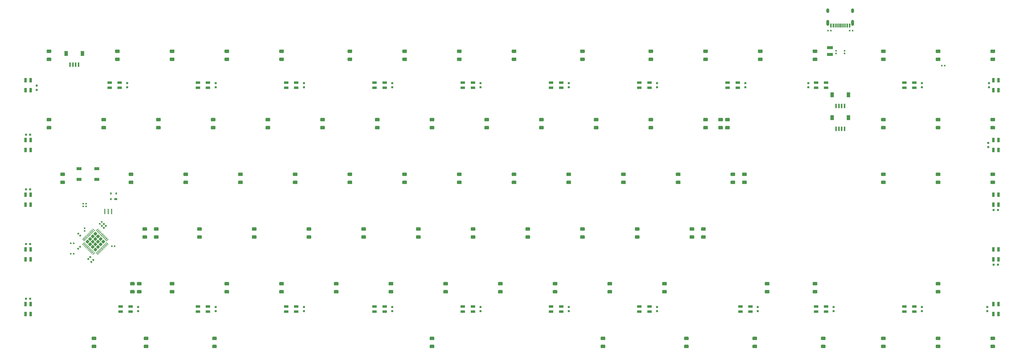
<source format=gbr>
%TF.GenerationSoftware,KiCad,Pcbnew,(5.1.12)-1*%
%TF.CreationDate,2022-11-25T21:31:42+07:00*%
%TF.ProjectId,Solder - Copy,536f6c64-6572-4202-9d20-436f70792e6b,rev?*%
%TF.SameCoordinates,Original*%
%TF.FileFunction,Paste,Bot*%
%TF.FilePolarity,Positive*%
%FSLAX46Y46*%
G04 Gerber Fmt 4.6, Leading zero omitted, Abs format (unit mm)*
G04 Created by KiCad (PCBNEW (5.1.12)-1) date 2022-11-25 21:31:42*
%MOMM*%
%LPD*%
G01*
G04 APERTURE LIST*
%ADD10R,1.800000X1.100000*%
%ADD11R,1.200000X1.800000*%
%ADD12R,0.600000X1.550000*%
%ADD13R,0.800000X0.750000*%
%ADD14R,0.750000X0.800000*%
%ADD15R,1.600000X0.850000*%
%ADD16R,0.850000X1.600000*%
%ADD17R,0.560000X0.620000*%
%ADD18R,0.620000X0.560000*%
%ADD19R,2.030000X1.140000*%
%ADD20R,0.600000X1.450000*%
%ADD21R,0.300000X1.450000*%
%ADD22O,1.000000X2.100000*%
%ADD23O,1.000000X1.600000*%
%ADD24R,1.000000X0.700000*%
%ADD25R,0.600000X0.700000*%
%ADD26C,0.100000*%
%ADD27R,0.400000X1.900000*%
G04 APERTURE END LIST*
D10*
%TO.C,SW1*%
X55737337Y-74249612D03*
X49537337Y-77949612D03*
X55737337Y-77949612D03*
X49537337Y-74249612D03*
%TD*%
D11*
%TO.C,J5*%
X317374837Y-56487112D03*
X311774837Y-56487112D03*
D12*
X313074837Y-60362112D03*
X314074837Y-60362112D03*
X316074837Y-60362112D03*
X315074837Y-60362112D03*
%TD*%
D11*
%TO.C,J3*%
X317374837Y-48487112D03*
X311774837Y-48487112D03*
D12*
X313074837Y-52362112D03*
X314074837Y-52362112D03*
X316074837Y-52362112D03*
X315074837Y-52362112D03*
%TD*%
D13*
%TO.C,C38*%
X32551293Y-62407438D03*
X31051293Y-62407438D03*
%TD*%
%TO.C,C37*%
X31051293Y-119557582D03*
X32551293Y-119557582D03*
%TD*%
%TO.C,C36*%
X367999017Y-107651302D03*
X369499017Y-107651302D03*
%TD*%
D14*
%TO.C,C35*%
X366367761Y-44393332D03*
X366367761Y-45893332D03*
%TD*%
D13*
%TO.C,C34*%
X32551293Y-81457486D03*
X31051293Y-81457486D03*
%TD*%
D14*
%TO.C,C33*%
X34777863Y-45286303D03*
X34777863Y-46786303D03*
%TD*%
D13*
%TO.C,C32*%
X367999017Y-88601254D03*
X369499017Y-88601254D03*
%TD*%
%TO.C,C31*%
X31051293Y-100507534D03*
X32551293Y-100507534D03*
%TD*%
D14*
%TO.C,C30*%
X366070104Y-65229322D03*
X366070104Y-66729322D03*
%TD*%
%TO.C,C29*%
X365772447Y-123879466D03*
X365772447Y-122379466D03*
%TD*%
%TO.C,C9*%
X66329550Y-44393352D03*
X66329550Y-45893352D03*
%TD*%
%TO.C,C28*%
X97069550Y-122379355D03*
X97069550Y-123879355D03*
%TD*%
%TO.C,C27*%
X127809550Y-122379355D03*
X127809550Y-123879355D03*
%TD*%
%TO.C,C26*%
X189289550Y-122379355D03*
X189289550Y-123879355D03*
%TD*%
%TO.C,C25*%
X342989550Y-122379355D03*
X342989550Y-123879355D03*
%TD*%
%TO.C,C24*%
X70119550Y-122379355D03*
X70119550Y-123879355D03*
%TD*%
%TO.C,C23*%
X220029550Y-122379355D03*
X220029550Y-123879355D03*
%TD*%
%TO.C,C22*%
X312253867Y-122379355D03*
X312253867Y-123879355D03*
%TD*%
%TO.C,C21*%
X158549550Y-122379355D03*
X158549550Y-123879355D03*
%TD*%
%TO.C,C20*%
X285837869Y-122379355D03*
X285837869Y-123879355D03*
%TD*%
%TO.C,C19*%
X250769550Y-122379355D03*
X250769550Y-123879355D03*
%TD*%
%TO.C,C18*%
X342989550Y-44393352D03*
X342989550Y-45893352D03*
%TD*%
%TO.C,C17*%
X303479344Y-44393352D03*
X303479344Y-45893352D03*
%TD*%
%TO.C,C16*%
X189289550Y-44393352D03*
X189289550Y-45893352D03*
%TD*%
%TO.C,C15*%
X281509550Y-44393352D03*
X281509550Y-45893352D03*
%TD*%
%TO.C,C14*%
X220029550Y-44393352D03*
X220029550Y-45893352D03*
%TD*%
%TO.C,C13*%
X158549550Y-44393352D03*
X158549550Y-45893352D03*
%TD*%
%TO.C,C12*%
X250769550Y-44393352D03*
X250769550Y-45893352D03*
%TD*%
%TO.C,C11*%
X127809550Y-44393352D03*
X127809550Y-45893352D03*
%TD*%
%TO.C,C10*%
X97069550Y-44393352D03*
X97069550Y-45893352D03*
%TD*%
D15*
%TO.C,RGB5*%
X90935719Y-46018352D03*
X94435719Y-44268352D03*
X90935719Y-44268352D03*
X94435719Y-46018352D03*
%TD*%
%TO.C,RGB30*%
X67484237Y-122254355D03*
X63984237Y-124004355D03*
X67484237Y-124004355D03*
X63984237Y-122254355D03*
%TD*%
%TO.C,RGB29*%
X94433867Y-122254355D03*
X90933867Y-124004355D03*
X94433867Y-124004355D03*
X90933867Y-122254355D03*
%TD*%
%TO.C,RGB28*%
X125173867Y-122254355D03*
X121673867Y-124004355D03*
X125173867Y-124004355D03*
X121673867Y-122254355D03*
%TD*%
%TO.C,RGB27*%
X155913867Y-122254355D03*
X152413867Y-124004355D03*
X155913867Y-124004355D03*
X152413867Y-122254355D03*
%TD*%
%TO.C,RGB26*%
X186653867Y-122254355D03*
X183153867Y-124004355D03*
X186653867Y-124004355D03*
X183153867Y-122254355D03*
%TD*%
%TO.C,RGB25*%
X217393867Y-122254355D03*
X213893867Y-124004355D03*
X217393867Y-124004355D03*
X213893867Y-122254355D03*
%TD*%
%TO.C,RGB24*%
X248133867Y-122254355D03*
X244633867Y-124004355D03*
X248133867Y-124004355D03*
X244633867Y-122254355D03*
%TD*%
%TO.C,RGB23*%
X283285202Y-122254355D03*
X279785202Y-124004355D03*
X283285202Y-124004355D03*
X279785202Y-122254355D03*
%TD*%
%TO.C,RGB22*%
X309613867Y-122254355D03*
X306113867Y-124004355D03*
X309613867Y-124004355D03*
X306113867Y-122254355D03*
%TD*%
%TO.C,RGB21*%
X340353867Y-122254355D03*
X336853867Y-124004355D03*
X340353867Y-124004355D03*
X336853867Y-122254355D03*
%TD*%
D16*
%TO.C,RGB12*%
X367874017Y-121379355D03*
X369624017Y-124879355D03*
X369624017Y-121379355D03*
X367874017Y-124879355D03*
%TD*%
%TO.C,RGB9*%
X367874017Y-102329339D03*
X369624017Y-105829339D03*
X369624017Y-102329339D03*
X367874017Y-105829339D03*
%TD*%
%TO.C,RGB6*%
X367874017Y-83279370D03*
X369624017Y-86779370D03*
X369624017Y-83279370D03*
X367874017Y-86779370D03*
%TD*%
%TO.C,RGB3*%
X367874017Y-64229307D03*
X369624017Y-67729307D03*
X369624017Y-64229307D03*
X367874017Y-67729307D03*
%TD*%
%TO.C,RGB20*%
X369624017Y-46893332D03*
X367874017Y-43393332D03*
X367874017Y-46893332D03*
X369624017Y-43393332D03*
%TD*%
D15*
%TO.C,RGB19*%
X336854265Y-46018352D03*
X340354265Y-44268352D03*
X336854265Y-44268352D03*
X340354265Y-46018352D03*
%TD*%
%TO.C,RGB18*%
X306114447Y-46018352D03*
X309614447Y-44268352D03*
X306114447Y-44268352D03*
X309614447Y-46018352D03*
%TD*%
%TO.C,RGB17*%
X275374629Y-46018352D03*
X278874629Y-44268352D03*
X275374629Y-44268352D03*
X278874629Y-46018352D03*
%TD*%
%TO.C,RGB16*%
X244634810Y-46018352D03*
X248134810Y-44268352D03*
X244634810Y-44268352D03*
X248134810Y-46018352D03*
%TD*%
%TO.C,RGB15*%
X213894992Y-46018352D03*
X217394992Y-44268352D03*
X213894992Y-44268352D03*
X217394992Y-46018352D03*
%TD*%
%TO.C,RGB14*%
X183155174Y-46018352D03*
X186655174Y-44268352D03*
X183155174Y-44268352D03*
X186655174Y-46018352D03*
%TD*%
%TO.C,RGB11*%
X152415356Y-46018352D03*
X155915356Y-44268352D03*
X152415356Y-44268352D03*
X155915356Y-46018352D03*
%TD*%
%TO.C,RGB8*%
X121675538Y-46018352D03*
X125175538Y-44268352D03*
X121675538Y-44268352D03*
X125175538Y-46018352D03*
%TD*%
%TO.C,RGB2*%
X60195901Y-46018352D03*
X63695901Y-44268352D03*
X60195901Y-44268352D03*
X63695901Y-46018352D03*
%TD*%
D16*
%TO.C,RGB1*%
X32676293Y-124879355D03*
X30926293Y-121379355D03*
X30926293Y-124879355D03*
X32676293Y-121379355D03*
%TD*%
D17*
%TO.C,R5*%
X46664587Y-103829612D03*
X47624587Y-103829612D03*
%TD*%
D16*
%TO.C,RGB13*%
X32676293Y-46893352D03*
X30926293Y-43393352D03*
X30926293Y-46893352D03*
X32676293Y-43393352D03*
%TD*%
%TO.C,RGB10*%
X32676293Y-67729307D03*
X30926293Y-64229307D03*
X30926293Y-67729307D03*
X32676293Y-64229307D03*
%TD*%
%TO.C,RGB7*%
X32676293Y-86779323D03*
X30926293Y-83279323D03*
X30926293Y-86779323D03*
X32676293Y-83279323D03*
%TD*%
%TO.C,RGB4*%
X32676293Y-105829339D03*
X30926293Y-102329339D03*
X30926293Y-105829339D03*
X32676293Y-102329339D03*
%TD*%
D11*
%TO.C,J2*%
X50674837Y-34137112D03*
X45074837Y-34137112D03*
D12*
X46374837Y-38012112D03*
X47374837Y-38012112D03*
X49374837Y-38012112D03*
X48374837Y-38012112D03*
%TD*%
%TO.C,D86*%
G36*
G01*
X349190087Y-33937112D02*
X348070087Y-33937112D01*
G75*
G02*
X347830087Y-33697112I0J240000D01*
G01*
X347830087Y-32977112D01*
G75*
G02*
X348070087Y-32737112I240000J0D01*
G01*
X349190087Y-32737112D01*
G75*
G02*
X349430087Y-32977112I0J-240000D01*
G01*
X349430087Y-33697112D01*
G75*
G02*
X349190087Y-33937112I-240000J0D01*
G01*
G37*
G36*
G01*
X349190087Y-36737112D02*
X348070087Y-36737112D01*
G75*
G02*
X347830087Y-36497112I0J240000D01*
G01*
X347830087Y-35777112D01*
G75*
G02*
X348070087Y-35537112I240000J0D01*
G01*
X349190087Y-35537112D01*
G75*
G02*
X349430087Y-35777112I0J-240000D01*
G01*
X349430087Y-36497112D01*
G75*
G02*
X349190087Y-36737112I-240000J0D01*
G01*
G37*
%TD*%
%TO.C,D82*%
G36*
G01*
X330140087Y-33937112D02*
X329020087Y-33937112D01*
G75*
G02*
X328780087Y-33697112I0J240000D01*
G01*
X328780087Y-32977112D01*
G75*
G02*
X329020087Y-32737112I240000J0D01*
G01*
X330140087Y-32737112D01*
G75*
G02*
X330380087Y-32977112I0J-240000D01*
G01*
X330380087Y-33697112D01*
G75*
G02*
X330140087Y-33937112I-240000J0D01*
G01*
G37*
G36*
G01*
X330140087Y-36737112D02*
X329020087Y-36737112D01*
G75*
G02*
X328780087Y-36497112I0J240000D01*
G01*
X328780087Y-35777112D01*
G75*
G02*
X329020087Y-35537112I240000J0D01*
G01*
X330140087Y-35537112D01*
G75*
G02*
X330380087Y-35777112I0J-240000D01*
G01*
X330380087Y-36497112D01*
G75*
G02*
X330140087Y-36737112I-240000J0D01*
G01*
G37*
%TD*%
%TO.C,D91*%
G36*
G01*
X368240087Y-33937112D02*
X367120087Y-33937112D01*
G75*
G02*
X366880087Y-33697112I0J240000D01*
G01*
X366880087Y-32977112D01*
G75*
G02*
X367120087Y-32737112I240000J0D01*
G01*
X368240087Y-32737112D01*
G75*
G02*
X368480087Y-32977112I0J-240000D01*
G01*
X368480087Y-33697112D01*
G75*
G02*
X368240087Y-33937112I-240000J0D01*
G01*
G37*
G36*
G01*
X368240087Y-36737112D02*
X367120087Y-36737112D01*
G75*
G02*
X366880087Y-36497112I0J240000D01*
G01*
X366880087Y-35777112D01*
G75*
G02*
X367120087Y-35537112I240000J0D01*
G01*
X368240087Y-35537112D01*
G75*
G02*
X368480087Y-35777112I0J-240000D01*
G01*
X368480087Y-36497112D01*
G75*
G02*
X368240087Y-36737112I-240000J0D01*
G01*
G37*
%TD*%
D18*
%TO.C,R10*%
X316074837Y-33157112D03*
X316074837Y-34117112D03*
%TD*%
D19*
%TO.C,F1*%
X310949837Y-34449612D03*
X310949837Y-32049612D03*
%TD*%
%TO.C,D64*%
G36*
G01*
X268227587Y-33937112D02*
X267107587Y-33937112D01*
G75*
G02*
X266867587Y-33697112I0J240000D01*
G01*
X266867587Y-32977112D01*
G75*
G02*
X267107587Y-32737112I240000J0D01*
G01*
X268227587Y-32737112D01*
G75*
G02*
X268467587Y-32977112I0J-240000D01*
G01*
X268467587Y-33697112D01*
G75*
G02*
X268227587Y-33937112I-240000J0D01*
G01*
G37*
G36*
G01*
X268227587Y-36737112D02*
X267107587Y-36737112D01*
G75*
G02*
X266867587Y-36497112I0J240000D01*
G01*
X266867587Y-35777112D01*
G75*
G02*
X267107587Y-35537112I240000J0D01*
G01*
X268227587Y-35537112D01*
G75*
G02*
X268467587Y-35777112I0J-240000D01*
G01*
X268467587Y-36497112D01*
G75*
G02*
X268227587Y-36737112I-240000J0D01*
G01*
G37*
%TD*%
D18*
%TO.C,R9*%
X313074837Y-34117112D03*
X313074837Y-33157112D03*
%TD*%
D17*
%TO.C,R6*%
X311284837Y-26137112D03*
X310324837Y-26137112D03*
%TD*%
%TO.C,C8*%
X317864837Y-26137112D03*
X318824837Y-26137112D03*
%TD*%
%TO.C,R3*%
X350900587Y-38317112D03*
X349940587Y-38317112D03*
%TD*%
%TO.C,D22*%
G36*
G01*
X101540087Y-33937112D02*
X100420087Y-33937112D01*
G75*
G02*
X100180087Y-33697112I0J240000D01*
G01*
X100180087Y-32977112D01*
G75*
G02*
X100420087Y-32737112I240000J0D01*
G01*
X101540087Y-32737112D01*
G75*
G02*
X101780087Y-32977112I0J-240000D01*
G01*
X101780087Y-33697112D01*
G75*
G02*
X101540087Y-33937112I-240000J0D01*
G01*
G37*
G36*
G01*
X101540087Y-36737112D02*
X100420087Y-36737112D01*
G75*
G02*
X100180087Y-36497112I0J240000D01*
G01*
X100180087Y-35777112D01*
G75*
G02*
X100420087Y-35537112I240000J0D01*
G01*
X101540087Y-35537112D01*
G75*
G02*
X101780087Y-35777112I0J-240000D01*
G01*
X101780087Y-36497112D01*
G75*
G02*
X101540087Y-36737112I-240000J0D01*
G01*
G37*
%TD*%
%TO.C,D32*%
G36*
G01*
X144402587Y-33937112D02*
X143282587Y-33937112D01*
G75*
G02*
X143042587Y-33697112I0J240000D01*
G01*
X143042587Y-32977112D01*
G75*
G02*
X143282587Y-32737112I240000J0D01*
G01*
X144402587Y-32737112D01*
G75*
G02*
X144642587Y-32977112I0J-240000D01*
G01*
X144642587Y-33697112D01*
G75*
G02*
X144402587Y-33937112I-240000J0D01*
G01*
G37*
G36*
G01*
X144402587Y-36737112D02*
X143282587Y-36737112D01*
G75*
G02*
X143042587Y-36497112I0J240000D01*
G01*
X143042587Y-35777112D01*
G75*
G02*
X143282587Y-35537112I240000J0D01*
G01*
X144402587Y-35537112D01*
G75*
G02*
X144642587Y-35777112I0J-240000D01*
G01*
X144642587Y-36497112D01*
G75*
G02*
X144402587Y-36737112I-240000J0D01*
G01*
G37*
%TD*%
%TO.C,D76*%
G36*
G01*
X306327587Y-33937112D02*
X305207587Y-33937112D01*
G75*
G02*
X304967587Y-33697112I0J240000D01*
G01*
X304967587Y-32977112D01*
G75*
G02*
X305207587Y-32737112I240000J0D01*
G01*
X306327587Y-32737112D01*
G75*
G02*
X306567587Y-32977112I0J-240000D01*
G01*
X306567587Y-33697112D01*
G75*
G02*
X306327587Y-33937112I-240000J0D01*
G01*
G37*
G36*
G01*
X306327587Y-36737112D02*
X305207587Y-36737112D01*
G75*
G02*
X304967587Y-36497112I0J240000D01*
G01*
X304967587Y-35777112D01*
G75*
G02*
X305207587Y-35537112I240000J0D01*
G01*
X306327587Y-35537112D01*
G75*
G02*
X306567587Y-35777112I0J-240000D01*
G01*
X306567587Y-36497112D01*
G75*
G02*
X306327587Y-36737112I-240000J0D01*
G01*
G37*
%TD*%
%TO.C,D37*%
G36*
G01*
X163452587Y-33937112D02*
X162332587Y-33937112D01*
G75*
G02*
X162092587Y-33697112I0J240000D01*
G01*
X162092587Y-32977112D01*
G75*
G02*
X162332587Y-32737112I240000J0D01*
G01*
X163452587Y-32737112D01*
G75*
G02*
X163692587Y-32977112I0J-240000D01*
G01*
X163692587Y-33697112D01*
G75*
G02*
X163452587Y-33937112I-240000J0D01*
G01*
G37*
G36*
G01*
X163452587Y-36737112D02*
X162332587Y-36737112D01*
G75*
G02*
X162092587Y-36497112I0J240000D01*
G01*
X162092587Y-35777112D01*
G75*
G02*
X162332587Y-35537112I240000J0D01*
G01*
X163452587Y-35537112D01*
G75*
G02*
X163692587Y-35777112I0J-240000D01*
G01*
X163692587Y-36497112D01*
G75*
G02*
X163452587Y-36737112I-240000J0D01*
G01*
G37*
%TD*%
%TO.C,D70*%
G36*
G01*
X287277587Y-33937112D02*
X286157587Y-33937112D01*
G75*
G02*
X285917587Y-33697112I0J240000D01*
G01*
X285917587Y-32977112D01*
G75*
G02*
X286157587Y-32737112I240000J0D01*
G01*
X287277587Y-32737112D01*
G75*
G02*
X287517587Y-32977112I0J-240000D01*
G01*
X287517587Y-33697112D01*
G75*
G02*
X287277587Y-33937112I-240000J0D01*
G01*
G37*
G36*
G01*
X287277587Y-36737112D02*
X286157587Y-36737112D01*
G75*
G02*
X285917587Y-36497112I0J240000D01*
G01*
X285917587Y-35777112D01*
G75*
G02*
X286157587Y-35537112I240000J0D01*
G01*
X287277587Y-35537112D01*
G75*
G02*
X287517587Y-35777112I0J-240000D01*
G01*
X287517587Y-36497112D01*
G75*
G02*
X287277587Y-36737112I-240000J0D01*
G01*
G37*
%TD*%
%TO.C,D27*%
G36*
G01*
X120590087Y-33937112D02*
X119470087Y-33937112D01*
G75*
G02*
X119230087Y-33697112I0J240000D01*
G01*
X119230087Y-32977112D01*
G75*
G02*
X119470087Y-32737112I240000J0D01*
G01*
X120590087Y-32737112D01*
G75*
G02*
X120830087Y-32977112I0J-240000D01*
G01*
X120830087Y-33697112D01*
G75*
G02*
X120590087Y-33937112I-240000J0D01*
G01*
G37*
G36*
G01*
X120590087Y-36737112D02*
X119470087Y-36737112D01*
G75*
G02*
X119230087Y-36497112I0J240000D01*
G01*
X119230087Y-35777112D01*
G75*
G02*
X119470087Y-35537112I240000J0D01*
G01*
X120590087Y-35537112D01*
G75*
G02*
X120830087Y-35777112I0J-240000D01*
G01*
X120830087Y-36497112D01*
G75*
G02*
X120590087Y-36737112I-240000J0D01*
G01*
G37*
%TD*%
%TO.C,D53*%
G36*
G01*
X225365087Y-33937112D02*
X224245087Y-33937112D01*
G75*
G02*
X224005087Y-33697112I0J240000D01*
G01*
X224005087Y-32977112D01*
G75*
G02*
X224245087Y-32737112I240000J0D01*
G01*
X225365087Y-32737112D01*
G75*
G02*
X225605087Y-32977112I0J-240000D01*
G01*
X225605087Y-33697112D01*
G75*
G02*
X225365087Y-33937112I-240000J0D01*
G01*
G37*
G36*
G01*
X225365087Y-36737112D02*
X224245087Y-36737112D01*
G75*
G02*
X224005087Y-36497112I0J240000D01*
G01*
X224005087Y-35777112D01*
G75*
G02*
X224245087Y-35537112I240000J0D01*
G01*
X225365087Y-35537112D01*
G75*
G02*
X225605087Y-35777112I0J-240000D01*
G01*
X225605087Y-36497112D01*
G75*
G02*
X225365087Y-36737112I-240000J0D01*
G01*
G37*
%TD*%
%TO.C,D58*%
G36*
G01*
X249177587Y-33937112D02*
X248057587Y-33937112D01*
G75*
G02*
X247817587Y-33697112I0J240000D01*
G01*
X247817587Y-32977112D01*
G75*
G02*
X248057587Y-32737112I240000J0D01*
G01*
X249177587Y-32737112D01*
G75*
G02*
X249417587Y-32977112I0J-240000D01*
G01*
X249417587Y-33697112D01*
G75*
G02*
X249177587Y-33937112I-240000J0D01*
G01*
G37*
G36*
G01*
X249177587Y-36737112D02*
X248057587Y-36737112D01*
G75*
G02*
X247817587Y-36497112I0J240000D01*
G01*
X247817587Y-35777112D01*
G75*
G02*
X248057587Y-35537112I240000J0D01*
G01*
X249177587Y-35537112D01*
G75*
G02*
X249417587Y-35777112I0J-240000D01*
G01*
X249417587Y-36497112D01*
G75*
G02*
X249177587Y-36737112I-240000J0D01*
G01*
G37*
%TD*%
%TO.C,D43*%
G36*
G01*
X182502587Y-33937112D02*
X181382587Y-33937112D01*
G75*
G02*
X181142587Y-33697112I0J240000D01*
G01*
X181142587Y-32977112D01*
G75*
G02*
X181382587Y-32737112I240000J0D01*
G01*
X182502587Y-32737112D01*
G75*
G02*
X182742587Y-32977112I0J-240000D01*
G01*
X182742587Y-33697112D01*
G75*
G02*
X182502587Y-33937112I-240000J0D01*
G01*
G37*
G36*
G01*
X182502587Y-36737112D02*
X181382587Y-36737112D01*
G75*
G02*
X181142587Y-36497112I0J240000D01*
G01*
X181142587Y-35777112D01*
G75*
G02*
X181382587Y-35537112I240000J0D01*
G01*
X182502587Y-35537112D01*
G75*
G02*
X182742587Y-35777112I0J-240000D01*
G01*
X182742587Y-36497112D01*
G75*
G02*
X182502587Y-36737112I-240000J0D01*
G01*
G37*
%TD*%
%TO.C,D16*%
G36*
G01*
X82490087Y-33937112D02*
X81370087Y-33937112D01*
G75*
G02*
X81130087Y-33697112I0J240000D01*
G01*
X81130087Y-32977112D01*
G75*
G02*
X81370087Y-32737112I240000J0D01*
G01*
X82490087Y-32737112D01*
G75*
G02*
X82730087Y-32977112I0J-240000D01*
G01*
X82730087Y-33697112D01*
G75*
G02*
X82490087Y-33937112I-240000J0D01*
G01*
G37*
G36*
G01*
X82490087Y-36737112D02*
X81370087Y-36737112D01*
G75*
G02*
X81130087Y-36497112I0J240000D01*
G01*
X81130087Y-35777112D01*
G75*
G02*
X81370087Y-35537112I240000J0D01*
G01*
X82490087Y-35537112D01*
G75*
G02*
X82730087Y-35777112I0J-240000D01*
G01*
X82730087Y-36497112D01*
G75*
G02*
X82490087Y-36737112I-240000J0D01*
G01*
G37*
%TD*%
%TO.C,D48*%
G36*
G01*
X201552587Y-33937112D02*
X200432587Y-33937112D01*
G75*
G02*
X200192587Y-33697112I0J240000D01*
G01*
X200192587Y-32977112D01*
G75*
G02*
X200432587Y-32737112I240000J0D01*
G01*
X201552587Y-32737112D01*
G75*
G02*
X201792587Y-32977112I0J-240000D01*
G01*
X201792587Y-33697112D01*
G75*
G02*
X201552587Y-33937112I-240000J0D01*
G01*
G37*
G36*
G01*
X201552587Y-36737112D02*
X200432587Y-36737112D01*
G75*
G02*
X200192587Y-36497112I0J240000D01*
G01*
X200192587Y-35777112D01*
G75*
G02*
X200432587Y-35537112I240000J0D01*
G01*
X201552587Y-35537112D01*
G75*
G02*
X201792587Y-35777112I0J-240000D01*
G01*
X201792587Y-36497112D01*
G75*
G02*
X201552587Y-36737112I-240000J0D01*
G01*
G37*
%TD*%
%TO.C,D4*%
G36*
G01*
X39627587Y-33937112D02*
X38507587Y-33937112D01*
G75*
G02*
X38267587Y-33697112I0J240000D01*
G01*
X38267587Y-32977112D01*
G75*
G02*
X38507587Y-32737112I240000J0D01*
G01*
X39627587Y-32737112D01*
G75*
G02*
X39867587Y-32977112I0J-240000D01*
G01*
X39867587Y-33697112D01*
G75*
G02*
X39627587Y-33937112I-240000J0D01*
G01*
G37*
G36*
G01*
X39627587Y-36737112D02*
X38507587Y-36737112D01*
G75*
G02*
X38267587Y-36497112I0J240000D01*
G01*
X38267587Y-35777112D01*
G75*
G02*
X38507587Y-35537112I240000J0D01*
G01*
X39627587Y-35537112D01*
G75*
G02*
X39867587Y-35777112I0J-240000D01*
G01*
X39867587Y-36497112D01*
G75*
G02*
X39627587Y-36737112I-240000J0D01*
G01*
G37*
%TD*%
%TO.C,D10*%
G36*
G01*
X63440087Y-33937112D02*
X62320087Y-33937112D01*
G75*
G02*
X62080087Y-33697112I0J240000D01*
G01*
X62080087Y-32977112D01*
G75*
G02*
X62320087Y-32737112I240000J0D01*
G01*
X63440087Y-32737112D01*
G75*
G02*
X63680087Y-32977112I0J-240000D01*
G01*
X63680087Y-33697112D01*
G75*
G02*
X63440087Y-33937112I-240000J0D01*
G01*
G37*
G36*
G01*
X63440087Y-36737112D02*
X62320087Y-36737112D01*
G75*
G02*
X62080087Y-36497112I0J240000D01*
G01*
X62080087Y-35777112D01*
G75*
G02*
X62320087Y-35537112I240000J0D01*
G01*
X63440087Y-35537112D01*
G75*
G02*
X63680087Y-35777112I0J-240000D01*
G01*
X63680087Y-36497112D01*
G75*
G02*
X63440087Y-36737112I-240000J0D01*
G01*
G37*
%TD*%
D20*
%TO.C,USB2*%
X317799837Y-24332112D03*
X311349837Y-24332112D03*
X317024837Y-24332112D03*
X312124837Y-24332112D03*
D21*
X312824837Y-24332112D03*
X316324837Y-24332112D03*
X313324837Y-24332112D03*
X315824837Y-24332112D03*
X313824837Y-24332112D03*
X315324837Y-24332112D03*
X314824837Y-24332112D03*
X314324837Y-24332112D03*
D22*
X310254837Y-23417112D03*
X318894837Y-23417112D03*
D23*
X310254837Y-19237112D03*
X318894837Y-19237112D03*
%TD*%
%TO.C,D84*%
G36*
G01*
X330140087Y-76799612D02*
X329020087Y-76799612D01*
G75*
G02*
X328780087Y-76559612I0J240000D01*
G01*
X328780087Y-75839612D01*
G75*
G02*
X329020087Y-75599612I240000J0D01*
G01*
X330140087Y-75599612D01*
G75*
G02*
X330380087Y-75839612I0J-240000D01*
G01*
X330380087Y-76559612D01*
G75*
G02*
X330140087Y-76799612I-240000J0D01*
G01*
G37*
G36*
G01*
X330140087Y-79599612D02*
X329020087Y-79599612D01*
G75*
G02*
X328780087Y-79359612I0J240000D01*
G01*
X328780087Y-78639612D01*
G75*
G02*
X329020087Y-78399612I240000J0D01*
G01*
X330140087Y-78399612D01*
G75*
G02*
X330380087Y-78639612I0J-240000D01*
G01*
X330380087Y-79359612D01*
G75*
G02*
X330140087Y-79599612I-240000J0D01*
G01*
G37*
%TD*%
%TO.C,D93*%
G36*
G01*
X368240087Y-76799612D02*
X367120087Y-76799612D01*
G75*
G02*
X366880087Y-76559612I0J240000D01*
G01*
X366880087Y-75839612D01*
G75*
G02*
X367120087Y-75599612I240000J0D01*
G01*
X368240087Y-75599612D01*
G75*
G02*
X368480087Y-75839612I0J-240000D01*
G01*
X368480087Y-76559612D01*
G75*
G02*
X368240087Y-76799612I-240000J0D01*
G01*
G37*
G36*
G01*
X368240087Y-79599612D02*
X367120087Y-79599612D01*
G75*
G02*
X366880087Y-79359612I0J240000D01*
G01*
X366880087Y-78639612D01*
G75*
G02*
X367120087Y-78399612I240000J0D01*
G01*
X368240087Y-78399612D01*
G75*
G02*
X368480087Y-78639612I0J-240000D01*
G01*
X368480087Y-79359612D01*
G75*
G02*
X368240087Y-79599612I-240000J0D01*
G01*
G37*
%TD*%
%TO.C,D94*%
G36*
G01*
X368240087Y-133949612D02*
X367120087Y-133949612D01*
G75*
G02*
X366880087Y-133709612I0J240000D01*
G01*
X366880087Y-132989612D01*
G75*
G02*
X367120087Y-132749612I240000J0D01*
G01*
X368240087Y-132749612D01*
G75*
G02*
X368480087Y-132989612I0J-240000D01*
G01*
X368480087Y-133709612D01*
G75*
G02*
X368240087Y-133949612I-240000J0D01*
G01*
G37*
G36*
G01*
X368240087Y-136749612D02*
X367120087Y-136749612D01*
G75*
G02*
X366880087Y-136509612I0J240000D01*
G01*
X366880087Y-135789612D01*
G75*
G02*
X367120087Y-135549612I240000J0D01*
G01*
X368240087Y-135549612D01*
G75*
G02*
X368480087Y-135789612I0J-240000D01*
G01*
X368480087Y-136509612D01*
G75*
G02*
X368240087Y-136749612I-240000J0D01*
G01*
G37*
%TD*%
%TO.C,D89*%
G36*
G01*
X349190087Y-114899612D02*
X348070087Y-114899612D01*
G75*
G02*
X347830087Y-114659612I0J240000D01*
G01*
X347830087Y-113939612D01*
G75*
G02*
X348070087Y-113699612I240000J0D01*
G01*
X349190087Y-113699612D01*
G75*
G02*
X349430087Y-113939612I0J-240000D01*
G01*
X349430087Y-114659612D01*
G75*
G02*
X349190087Y-114899612I-240000J0D01*
G01*
G37*
G36*
G01*
X349190087Y-117699612D02*
X348070087Y-117699612D01*
G75*
G02*
X347830087Y-117459612I0J240000D01*
G01*
X347830087Y-116739612D01*
G75*
G02*
X348070087Y-116499612I240000J0D01*
G01*
X349190087Y-116499612D01*
G75*
G02*
X349430087Y-116739612I0J-240000D01*
G01*
X349430087Y-117459612D01*
G75*
G02*
X349190087Y-117699612I-240000J0D01*
G01*
G37*
%TD*%
%TO.C,D88*%
G36*
G01*
X349190087Y-76799612D02*
X348070087Y-76799612D01*
G75*
G02*
X347830087Y-76559612I0J240000D01*
G01*
X347830087Y-75839612D01*
G75*
G02*
X348070087Y-75599612I240000J0D01*
G01*
X349190087Y-75599612D01*
G75*
G02*
X349430087Y-75839612I0J-240000D01*
G01*
X349430087Y-76559612D01*
G75*
G02*
X349190087Y-76799612I-240000J0D01*
G01*
G37*
G36*
G01*
X349190087Y-79599612D02*
X348070087Y-79599612D01*
G75*
G02*
X347830087Y-79359612I0J240000D01*
G01*
X347830087Y-78639612D01*
G75*
G02*
X348070087Y-78399612I240000J0D01*
G01*
X349190087Y-78399612D01*
G75*
G02*
X349430087Y-78639612I0J-240000D01*
G01*
X349430087Y-79359612D01*
G75*
G02*
X349190087Y-79599612I-240000J0D01*
G01*
G37*
%TD*%
%TO.C,D85*%
G36*
G01*
X330140087Y-133949612D02*
X329020087Y-133949612D01*
G75*
G02*
X328780087Y-133709612I0J240000D01*
G01*
X328780087Y-132989612D01*
G75*
G02*
X329020087Y-132749612I240000J0D01*
G01*
X330140087Y-132749612D01*
G75*
G02*
X330380087Y-132989612I0J-240000D01*
G01*
X330380087Y-133709612D01*
G75*
G02*
X330140087Y-133949612I-240000J0D01*
G01*
G37*
G36*
G01*
X330140087Y-136749612D02*
X329020087Y-136749612D01*
G75*
G02*
X328780087Y-136509612I0J240000D01*
G01*
X328780087Y-135789612D01*
G75*
G02*
X329020087Y-135549612I240000J0D01*
G01*
X330140087Y-135549612D01*
G75*
G02*
X330380087Y-135789612I0J-240000D01*
G01*
X330380087Y-136509612D01*
G75*
G02*
X330140087Y-136749612I-240000J0D01*
G01*
G37*
%TD*%
%TO.C,D90*%
G36*
G01*
X349190087Y-133949612D02*
X348070087Y-133949612D01*
G75*
G02*
X347830087Y-133709612I0J240000D01*
G01*
X347830087Y-132989612D01*
G75*
G02*
X348070087Y-132749612I240000J0D01*
G01*
X349190087Y-132749612D01*
G75*
G02*
X349430087Y-132989612I0J-240000D01*
G01*
X349430087Y-133709612D01*
G75*
G02*
X349190087Y-133949612I-240000J0D01*
G01*
G37*
G36*
G01*
X349190087Y-136749612D02*
X348070087Y-136749612D01*
G75*
G02*
X347830087Y-136509612I0J240000D01*
G01*
X347830087Y-135789612D01*
G75*
G02*
X348070087Y-135549612I240000J0D01*
G01*
X349190087Y-135549612D01*
G75*
G02*
X349430087Y-135789612I0J-240000D01*
G01*
X349430087Y-136509612D01*
G75*
G02*
X349190087Y-136749612I-240000J0D01*
G01*
G37*
%TD*%
%TO.C,D92*%
G36*
G01*
X368240087Y-57749612D02*
X367120087Y-57749612D01*
G75*
G02*
X366880087Y-57509612I0J240000D01*
G01*
X366880087Y-56789612D01*
G75*
G02*
X367120087Y-56549612I240000J0D01*
G01*
X368240087Y-56549612D01*
G75*
G02*
X368480087Y-56789612I0J-240000D01*
G01*
X368480087Y-57509612D01*
G75*
G02*
X368240087Y-57749612I-240000J0D01*
G01*
G37*
G36*
G01*
X368240087Y-60549612D02*
X367120087Y-60549612D01*
G75*
G02*
X366880087Y-60309612I0J240000D01*
G01*
X366880087Y-59589612D01*
G75*
G02*
X367120087Y-59349612I240000J0D01*
G01*
X368240087Y-59349612D01*
G75*
G02*
X368480087Y-59589612I0J-240000D01*
G01*
X368480087Y-60309612D01*
G75*
G02*
X368240087Y-60549612I-240000J0D01*
G01*
G37*
%TD*%
%TO.C,D87*%
G36*
G01*
X349190087Y-57749612D02*
X348070087Y-57749612D01*
G75*
G02*
X347830087Y-57509612I0J240000D01*
G01*
X347830087Y-56789612D01*
G75*
G02*
X348070087Y-56549612I240000J0D01*
G01*
X349190087Y-56549612D01*
G75*
G02*
X349430087Y-56789612I0J-240000D01*
G01*
X349430087Y-57509612D01*
G75*
G02*
X349190087Y-57749612I-240000J0D01*
G01*
G37*
G36*
G01*
X349190087Y-60549612D02*
X348070087Y-60549612D01*
G75*
G02*
X347830087Y-60309612I0J240000D01*
G01*
X347830087Y-59589612D01*
G75*
G02*
X348070087Y-59349612I240000J0D01*
G01*
X349190087Y-59349612D01*
G75*
G02*
X349430087Y-59589612I0J-240000D01*
G01*
X349430087Y-60309612D01*
G75*
G02*
X349190087Y-60549612I-240000J0D01*
G01*
G37*
%TD*%
%TO.C,D83*%
G36*
G01*
X330140087Y-57749612D02*
X329020087Y-57749612D01*
G75*
G02*
X328780087Y-57509612I0J240000D01*
G01*
X328780087Y-56789612D01*
G75*
G02*
X329020087Y-56549612I240000J0D01*
G01*
X330140087Y-56549612D01*
G75*
G02*
X330380087Y-56789612I0J-240000D01*
G01*
X330380087Y-57509612D01*
G75*
G02*
X330140087Y-57749612I-240000J0D01*
G01*
G37*
G36*
G01*
X330140087Y-60549612D02*
X329020087Y-60549612D01*
G75*
G02*
X328780087Y-60309612I0J240000D01*
G01*
X328780087Y-59589612D01*
G75*
G02*
X329020087Y-59349612I240000J0D01*
G01*
X330140087Y-59349612D01*
G75*
G02*
X330380087Y-59589612I0J-240000D01*
G01*
X330380087Y-60309612D01*
G75*
G02*
X330140087Y-60549612I-240000J0D01*
G01*
G37*
%TD*%
D17*
%TO.C,R2*%
X47624587Y-100229612D03*
X46664587Y-100229612D03*
%TD*%
D24*
%TO.C,U2*%
X62299837Y-84849612D03*
D25*
X62499837Y-82849612D03*
X60599837Y-84849612D03*
X60599837Y-82849612D03*
%TD*%
%TO.C,D81*%
G36*
G01*
X309181767Y-133949612D02*
X308061767Y-133949612D01*
G75*
G02*
X307821767Y-133709612I0J240000D01*
G01*
X307821767Y-132989612D01*
G75*
G02*
X308061767Y-132749612I240000J0D01*
G01*
X309181767Y-132749612D01*
G75*
G02*
X309421767Y-132989612I0J-240000D01*
G01*
X309421767Y-133709612D01*
G75*
G02*
X309181767Y-133949612I-240000J0D01*
G01*
G37*
G36*
G01*
X309181767Y-136749612D02*
X308061767Y-136749612D01*
G75*
G02*
X307821767Y-136509612I0J240000D01*
G01*
X307821767Y-135789612D01*
G75*
G02*
X308061767Y-135549612I240000J0D01*
G01*
X309181767Y-135549612D01*
G75*
G02*
X309421767Y-135789612I0J-240000D01*
G01*
X309421767Y-136509612D01*
G75*
G02*
X309181767Y-136749612I-240000J0D01*
G01*
G37*
%TD*%
%TO.C,D80*%
G36*
G01*
X306327587Y-114899612D02*
X305207587Y-114899612D01*
G75*
G02*
X304967587Y-114659612I0J240000D01*
G01*
X304967587Y-113939612D01*
G75*
G02*
X305207587Y-113699612I240000J0D01*
G01*
X306327587Y-113699612D01*
G75*
G02*
X306567587Y-113939612I0J-240000D01*
G01*
X306567587Y-114659612D01*
G75*
G02*
X306327587Y-114899612I-240000J0D01*
G01*
G37*
G36*
G01*
X306327587Y-117699612D02*
X305207587Y-117699612D01*
G75*
G02*
X304967587Y-117459612I0J240000D01*
G01*
X304967587Y-116739612D01*
G75*
G02*
X305207587Y-116499612I240000J0D01*
G01*
X306327587Y-116499612D01*
G75*
G02*
X306567587Y-116739612I0J-240000D01*
G01*
X306567587Y-117459612D01*
G75*
G02*
X306327587Y-117699612I-240000J0D01*
G01*
G37*
%TD*%
%TO.C,D75*%
G36*
G01*
X285369267Y-133949612D02*
X284249267Y-133949612D01*
G75*
G02*
X284009267Y-133709612I0J240000D01*
G01*
X284009267Y-132989612D01*
G75*
G02*
X284249267Y-132749612I240000J0D01*
G01*
X285369267Y-132749612D01*
G75*
G02*
X285609267Y-132989612I0J-240000D01*
G01*
X285609267Y-133709612D01*
G75*
G02*
X285369267Y-133949612I-240000J0D01*
G01*
G37*
G36*
G01*
X285369267Y-136749612D02*
X284249267Y-136749612D01*
G75*
G02*
X284009267Y-136509612I0J240000D01*
G01*
X284009267Y-135789612D01*
G75*
G02*
X284249267Y-135549612I240000J0D01*
G01*
X285369267Y-135549612D01*
G75*
G02*
X285609267Y-135789612I0J-240000D01*
G01*
X285609267Y-136509612D01*
G75*
G02*
X285369267Y-136749612I-240000J0D01*
G01*
G37*
%TD*%
%TO.C,D74*%
G36*
G01*
X289658837Y-114899612D02*
X288538837Y-114899612D01*
G75*
G02*
X288298837Y-114659612I0J240000D01*
G01*
X288298837Y-113939612D01*
G75*
G02*
X288538837Y-113699612I240000J0D01*
G01*
X289658837Y-113699612D01*
G75*
G02*
X289898837Y-113939612I0J-240000D01*
G01*
X289898837Y-114659612D01*
G75*
G02*
X289658837Y-114899612I-240000J0D01*
G01*
G37*
G36*
G01*
X289658837Y-117699612D02*
X288538837Y-117699612D01*
G75*
G02*
X288298837Y-117459612I0J240000D01*
G01*
X288298837Y-116739612D01*
G75*
G02*
X288538837Y-116499612I240000J0D01*
G01*
X289658837Y-116499612D01*
G75*
G02*
X289898837Y-116739612I0J-240000D01*
G01*
X289898837Y-117459612D01*
G75*
G02*
X289658837Y-117699612I-240000J0D01*
G01*
G37*
%TD*%
%TO.C,D73*%
G36*
G01*
X267465087Y-95849612D02*
X266345087Y-95849612D01*
G75*
G02*
X266105087Y-95609612I0J240000D01*
G01*
X266105087Y-94889612D01*
G75*
G02*
X266345087Y-94649612I240000J0D01*
G01*
X267465087Y-94649612D01*
G75*
G02*
X267705087Y-94889612I0J-240000D01*
G01*
X267705087Y-95609612D01*
G75*
G02*
X267465087Y-95849612I-240000J0D01*
G01*
G37*
G36*
G01*
X267465087Y-98649612D02*
X266345087Y-98649612D01*
G75*
G02*
X266105087Y-98409612I0J240000D01*
G01*
X266105087Y-97689612D01*
G75*
G02*
X266345087Y-97449612I240000J0D01*
G01*
X267465087Y-97449612D01*
G75*
G02*
X267705087Y-97689612I0J-240000D01*
G01*
X267705087Y-98409612D01*
G75*
G02*
X267465087Y-98649612I-240000J0D01*
G01*
G37*
%TD*%
%TO.C,D69*%
G36*
G01*
X261556767Y-133949612D02*
X260436767Y-133949612D01*
G75*
G02*
X260196767Y-133709612I0J240000D01*
G01*
X260196767Y-132989612D01*
G75*
G02*
X260436767Y-132749612I240000J0D01*
G01*
X261556767Y-132749612D01*
G75*
G02*
X261796767Y-132989612I0J-240000D01*
G01*
X261796767Y-133709612D01*
G75*
G02*
X261556767Y-133949612I-240000J0D01*
G01*
G37*
G36*
G01*
X261556767Y-136749612D02*
X260436767Y-136749612D01*
G75*
G02*
X260196767Y-136509612I0J240000D01*
G01*
X260196767Y-135789612D01*
G75*
G02*
X260436767Y-135549612I240000J0D01*
G01*
X261556767Y-135549612D01*
G75*
G02*
X261796767Y-135789612I0J-240000D01*
G01*
X261796767Y-136509612D01*
G75*
G02*
X261556767Y-136749612I-240000J0D01*
G01*
G37*
%TD*%
%TO.C,D67*%
G36*
G01*
X263465087Y-95849612D02*
X262345087Y-95849612D01*
G75*
G02*
X262105087Y-95609612I0J240000D01*
G01*
X262105087Y-94889612D01*
G75*
G02*
X262345087Y-94649612I240000J0D01*
G01*
X263465087Y-94649612D01*
G75*
G02*
X263705087Y-94889612I0J-240000D01*
G01*
X263705087Y-95609612D01*
G75*
G02*
X263465087Y-95849612I-240000J0D01*
G01*
G37*
G36*
G01*
X263465087Y-98649612D02*
X262345087Y-98649612D01*
G75*
G02*
X262105087Y-98409612I0J240000D01*
G01*
X262105087Y-97689612D01*
G75*
G02*
X262345087Y-97449612I240000J0D01*
G01*
X263465087Y-97449612D01*
G75*
G02*
X263705087Y-97689612I0J-240000D01*
G01*
X263705087Y-98409612D01*
G75*
G02*
X263465087Y-98649612I-240000J0D01*
G01*
G37*
%TD*%
%TO.C,D63*%
G36*
G01*
X232508837Y-133949612D02*
X231388837Y-133949612D01*
G75*
G02*
X231148837Y-133709612I0J240000D01*
G01*
X231148837Y-132989612D01*
G75*
G02*
X231388837Y-132749612I240000J0D01*
G01*
X232508837Y-132749612D01*
G75*
G02*
X232748837Y-132989612I0J-240000D01*
G01*
X232748837Y-133709612D01*
G75*
G02*
X232508837Y-133949612I-240000J0D01*
G01*
G37*
G36*
G01*
X232508837Y-136749612D02*
X231388837Y-136749612D01*
G75*
G02*
X231148837Y-136509612I0J240000D01*
G01*
X231148837Y-135789612D01*
G75*
G02*
X231388837Y-135549612I240000J0D01*
G01*
X232508837Y-135549612D01*
G75*
G02*
X232748837Y-135789612I0J-240000D01*
G01*
X232748837Y-136509612D01*
G75*
G02*
X232508837Y-136749612I-240000J0D01*
G01*
G37*
%TD*%
%TO.C,D68*%
G36*
G01*
X253940087Y-114899612D02*
X252820087Y-114899612D01*
G75*
G02*
X252580087Y-114659612I0J240000D01*
G01*
X252580087Y-113939612D01*
G75*
G02*
X252820087Y-113699612I240000J0D01*
G01*
X253940087Y-113699612D01*
G75*
G02*
X254180087Y-113939612I0J-240000D01*
G01*
X254180087Y-114659612D01*
G75*
G02*
X253940087Y-114899612I-240000J0D01*
G01*
G37*
G36*
G01*
X253940087Y-117699612D02*
X252820087Y-117699612D01*
G75*
G02*
X252580087Y-117459612I0J240000D01*
G01*
X252580087Y-116739612D01*
G75*
G02*
X252820087Y-116499612I240000J0D01*
G01*
X253940087Y-116499612D01*
G75*
G02*
X254180087Y-116739612I0J-240000D01*
G01*
X254180087Y-117459612D01*
G75*
G02*
X253940087Y-117699612I-240000J0D01*
G01*
G37*
%TD*%
%TO.C,D62*%
G36*
G01*
X234890087Y-114899612D02*
X233770087Y-114899612D01*
G75*
G02*
X233530087Y-114659612I0J240000D01*
G01*
X233530087Y-113939612D01*
G75*
G02*
X233770087Y-113699612I240000J0D01*
G01*
X234890087Y-113699612D01*
G75*
G02*
X235130087Y-113939612I0J-240000D01*
G01*
X235130087Y-114659612D01*
G75*
G02*
X234890087Y-114899612I-240000J0D01*
G01*
G37*
G36*
G01*
X234890087Y-117699612D02*
X233770087Y-117699612D01*
G75*
G02*
X233530087Y-117459612I0J240000D01*
G01*
X233530087Y-116739612D01*
G75*
G02*
X233770087Y-116499612I240000J0D01*
G01*
X234890087Y-116499612D01*
G75*
G02*
X235130087Y-116739612I0J-240000D01*
G01*
X235130087Y-117459612D01*
G75*
G02*
X234890087Y-117699612I-240000J0D01*
G01*
G37*
%TD*%
%TO.C,D57*%
G36*
G01*
X215840087Y-114899612D02*
X214720087Y-114899612D01*
G75*
G02*
X214480087Y-114659612I0J240000D01*
G01*
X214480087Y-113939612D01*
G75*
G02*
X214720087Y-113699612I240000J0D01*
G01*
X215840087Y-113699612D01*
G75*
G02*
X216080087Y-113939612I0J-240000D01*
G01*
X216080087Y-114659612D01*
G75*
G02*
X215840087Y-114899612I-240000J0D01*
G01*
G37*
G36*
G01*
X215840087Y-117699612D02*
X214720087Y-117699612D01*
G75*
G02*
X214480087Y-117459612I0J240000D01*
G01*
X214480087Y-116739612D01*
G75*
G02*
X214720087Y-116499612I240000J0D01*
G01*
X215840087Y-116499612D01*
G75*
G02*
X216080087Y-116739612I0J-240000D01*
G01*
X216080087Y-117459612D01*
G75*
G02*
X215840087Y-117699612I-240000J0D01*
G01*
G37*
%TD*%
%TO.C,D52*%
G36*
G01*
X196790087Y-114899612D02*
X195670087Y-114899612D01*
G75*
G02*
X195430087Y-114659612I0J240000D01*
G01*
X195430087Y-113939612D01*
G75*
G02*
X195670087Y-113699612I240000J0D01*
G01*
X196790087Y-113699612D01*
G75*
G02*
X197030087Y-113939612I0J-240000D01*
G01*
X197030087Y-114659612D01*
G75*
G02*
X196790087Y-114899612I-240000J0D01*
G01*
G37*
G36*
G01*
X196790087Y-117699612D02*
X195670087Y-117699612D01*
G75*
G02*
X195430087Y-117459612I0J240000D01*
G01*
X195430087Y-116739612D01*
G75*
G02*
X195670087Y-116499612I240000J0D01*
G01*
X196790087Y-116499612D01*
G75*
G02*
X197030087Y-116739612I0J-240000D01*
G01*
X197030087Y-117459612D01*
G75*
G02*
X196790087Y-117699612I-240000J0D01*
G01*
G37*
%TD*%
%TO.C,D47*%
G36*
G01*
X177740087Y-114899612D02*
X176620087Y-114899612D01*
G75*
G02*
X176380087Y-114659612I0J240000D01*
G01*
X176380087Y-113939612D01*
G75*
G02*
X176620087Y-113699612I240000J0D01*
G01*
X177740087Y-113699612D01*
G75*
G02*
X177980087Y-113939612I0J-240000D01*
G01*
X177980087Y-114659612D01*
G75*
G02*
X177740087Y-114899612I-240000J0D01*
G01*
G37*
G36*
G01*
X177740087Y-117699612D02*
X176620087Y-117699612D01*
G75*
G02*
X176380087Y-117459612I0J240000D01*
G01*
X176380087Y-116739612D01*
G75*
G02*
X176620087Y-116499612I240000J0D01*
G01*
X177740087Y-116499612D01*
G75*
G02*
X177980087Y-116739612I0J-240000D01*
G01*
X177980087Y-117459612D01*
G75*
G02*
X177740087Y-117699612I-240000J0D01*
G01*
G37*
%TD*%
%TO.C,D42*%
G36*
G01*
X172977587Y-133949612D02*
X171857587Y-133949612D01*
G75*
G02*
X171617587Y-133709612I0J240000D01*
G01*
X171617587Y-132989612D01*
G75*
G02*
X171857587Y-132749612I240000J0D01*
G01*
X172977587Y-132749612D01*
G75*
G02*
X173217587Y-132989612I0J-240000D01*
G01*
X173217587Y-133709612D01*
G75*
G02*
X172977587Y-133949612I-240000J0D01*
G01*
G37*
G36*
G01*
X172977587Y-136749612D02*
X171857587Y-136749612D01*
G75*
G02*
X171617587Y-136509612I0J240000D01*
G01*
X171617587Y-135789612D01*
G75*
G02*
X171857587Y-135549612I240000J0D01*
G01*
X172977587Y-135549612D01*
G75*
G02*
X173217587Y-135789612I0J-240000D01*
G01*
X173217587Y-136509612D01*
G75*
G02*
X172977587Y-136749612I-240000J0D01*
G01*
G37*
%TD*%
%TO.C,D41*%
G36*
G01*
X158690087Y-114899612D02*
X157570087Y-114899612D01*
G75*
G02*
X157330087Y-114659612I0J240000D01*
G01*
X157330087Y-113939612D01*
G75*
G02*
X157570087Y-113699612I240000J0D01*
G01*
X158690087Y-113699612D01*
G75*
G02*
X158930087Y-113939612I0J-240000D01*
G01*
X158930087Y-114659612D01*
G75*
G02*
X158690087Y-114899612I-240000J0D01*
G01*
G37*
G36*
G01*
X158690087Y-117699612D02*
X157570087Y-117699612D01*
G75*
G02*
X157330087Y-117459612I0J240000D01*
G01*
X157330087Y-116739612D01*
G75*
G02*
X157570087Y-116499612I240000J0D01*
G01*
X158690087Y-116499612D01*
G75*
G02*
X158930087Y-116739612I0J-240000D01*
G01*
X158930087Y-117459612D01*
G75*
G02*
X158690087Y-117699612I-240000J0D01*
G01*
G37*
%TD*%
%TO.C,D36*%
G36*
G01*
X139640087Y-114899612D02*
X138520087Y-114899612D01*
G75*
G02*
X138280087Y-114659612I0J240000D01*
G01*
X138280087Y-113939612D01*
G75*
G02*
X138520087Y-113699612I240000J0D01*
G01*
X139640087Y-113699612D01*
G75*
G02*
X139880087Y-113939612I0J-240000D01*
G01*
X139880087Y-114659612D01*
G75*
G02*
X139640087Y-114899612I-240000J0D01*
G01*
G37*
G36*
G01*
X139640087Y-117699612D02*
X138520087Y-117699612D01*
G75*
G02*
X138280087Y-117459612I0J240000D01*
G01*
X138280087Y-116739612D01*
G75*
G02*
X138520087Y-116499612I240000J0D01*
G01*
X139640087Y-116499612D01*
G75*
G02*
X139880087Y-116739612I0J-240000D01*
G01*
X139880087Y-117459612D01*
G75*
G02*
X139640087Y-117699612I-240000J0D01*
G01*
G37*
%TD*%
%TO.C,D31*%
G36*
G01*
X120590087Y-114899612D02*
X119470087Y-114899612D01*
G75*
G02*
X119230087Y-114659612I0J240000D01*
G01*
X119230087Y-113939612D01*
G75*
G02*
X119470087Y-113699612I240000J0D01*
G01*
X120590087Y-113699612D01*
G75*
G02*
X120830087Y-113939612I0J-240000D01*
G01*
X120830087Y-114659612D01*
G75*
G02*
X120590087Y-114899612I-240000J0D01*
G01*
G37*
G36*
G01*
X120590087Y-117699612D02*
X119470087Y-117699612D01*
G75*
G02*
X119230087Y-117459612I0J240000D01*
G01*
X119230087Y-116739612D01*
G75*
G02*
X119470087Y-116499612I240000J0D01*
G01*
X120590087Y-116499612D01*
G75*
G02*
X120830087Y-116739612I0J-240000D01*
G01*
X120830087Y-117459612D01*
G75*
G02*
X120590087Y-117699612I-240000J0D01*
G01*
G37*
%TD*%
%TO.C,D21*%
G36*
G01*
X97250617Y-133949612D02*
X96130617Y-133949612D01*
G75*
G02*
X95890617Y-133709612I0J240000D01*
G01*
X95890617Y-132989612D01*
G75*
G02*
X96130617Y-132749612I240000J0D01*
G01*
X97250617Y-132749612D01*
G75*
G02*
X97490617Y-132989612I0J-240000D01*
G01*
X97490617Y-133709612D01*
G75*
G02*
X97250617Y-133949612I-240000J0D01*
G01*
G37*
G36*
G01*
X97250617Y-136749612D02*
X96130617Y-136749612D01*
G75*
G02*
X95890617Y-136509612I0J240000D01*
G01*
X95890617Y-135789612D01*
G75*
G02*
X96130617Y-135549612I240000J0D01*
G01*
X97250617Y-135549612D01*
G75*
G02*
X97490617Y-135789612I0J-240000D01*
G01*
X97490617Y-136509612D01*
G75*
G02*
X97250617Y-136749612I-240000J0D01*
G01*
G37*
%TD*%
%TO.C,D15*%
G36*
G01*
X73438017Y-133949612D02*
X72318017Y-133949612D01*
G75*
G02*
X72078017Y-133709612I0J240000D01*
G01*
X72078017Y-132989612D01*
G75*
G02*
X72318017Y-132749612I240000J0D01*
G01*
X73438017Y-132749612D01*
G75*
G02*
X73678017Y-132989612I0J-240000D01*
G01*
X73678017Y-133709612D01*
G75*
G02*
X73438017Y-133949612I-240000J0D01*
G01*
G37*
G36*
G01*
X73438017Y-136749612D02*
X72318017Y-136749612D01*
G75*
G02*
X72078017Y-136509612I0J240000D01*
G01*
X72078017Y-135789612D01*
G75*
G02*
X72318017Y-135549612I240000J0D01*
G01*
X73438017Y-135549612D01*
G75*
G02*
X73678017Y-135789612I0J-240000D01*
G01*
X73678017Y-136509612D01*
G75*
G02*
X73438017Y-136749612I-240000J0D01*
G01*
G37*
%TD*%
%TO.C,D54*%
G36*
G01*
X211077587Y-57749612D02*
X209957587Y-57749612D01*
G75*
G02*
X209717587Y-57509612I0J240000D01*
G01*
X209717587Y-56789612D01*
G75*
G02*
X209957587Y-56549612I240000J0D01*
G01*
X211077587Y-56549612D01*
G75*
G02*
X211317587Y-56789612I0J-240000D01*
G01*
X211317587Y-57509612D01*
G75*
G02*
X211077587Y-57749612I-240000J0D01*
G01*
G37*
G36*
G01*
X211077587Y-60549612D02*
X209957587Y-60549612D01*
G75*
G02*
X209717587Y-60309612I0J240000D01*
G01*
X209717587Y-59589612D01*
G75*
G02*
X209957587Y-59349612I240000J0D01*
G01*
X211077587Y-59349612D01*
G75*
G02*
X211317587Y-59589612I0J-240000D01*
G01*
X211317587Y-60309612D01*
G75*
G02*
X211077587Y-60549612I-240000J0D01*
G01*
G37*
%TD*%
%TO.C,D79*%
G36*
G01*
X273462962Y-57749612D02*
X272342962Y-57749612D01*
G75*
G02*
X272102962Y-57509612I0J240000D01*
G01*
X272102962Y-56789612D01*
G75*
G02*
X272342962Y-56549612I240000J0D01*
G01*
X273462962Y-56549612D01*
G75*
G02*
X273702962Y-56789612I0J-240000D01*
G01*
X273702962Y-57509612D01*
G75*
G02*
X273462962Y-57749612I-240000J0D01*
G01*
G37*
G36*
G01*
X273462962Y-60549612D02*
X272342962Y-60549612D01*
G75*
G02*
X272102962Y-60309612I0J240000D01*
G01*
X272102962Y-59589612D01*
G75*
G02*
X272342962Y-59349612I240000J0D01*
G01*
X273462962Y-59349612D01*
G75*
G02*
X273702962Y-59589612I0J-240000D01*
G01*
X273702962Y-60309612D01*
G75*
G02*
X273462962Y-60549612I-240000J0D01*
G01*
G37*
%TD*%
%TO.C,D78*%
G36*
G01*
X281752587Y-76799612D02*
X280632587Y-76799612D01*
G75*
G02*
X280392587Y-76559612I0J240000D01*
G01*
X280392587Y-75839612D01*
G75*
G02*
X280632587Y-75599612I240000J0D01*
G01*
X281752587Y-75599612D01*
G75*
G02*
X281992587Y-75839612I0J-240000D01*
G01*
X281992587Y-76559612D01*
G75*
G02*
X281752587Y-76799612I-240000J0D01*
G01*
G37*
G36*
G01*
X281752587Y-79599612D02*
X280632587Y-79599612D01*
G75*
G02*
X280392587Y-79359612I0J240000D01*
G01*
X280392587Y-78639612D01*
G75*
G02*
X280632587Y-78399612I240000J0D01*
G01*
X281752587Y-78399612D01*
G75*
G02*
X281992587Y-78639612I0J-240000D01*
G01*
X281992587Y-79359612D01*
G75*
G02*
X281752587Y-79599612I-240000J0D01*
G01*
G37*
%TD*%
%TO.C,D77*%
G36*
G01*
X275844212Y-57749612D02*
X274724212Y-57749612D01*
G75*
G02*
X274484212Y-57509612I0J240000D01*
G01*
X274484212Y-56789612D01*
G75*
G02*
X274724212Y-56549612I240000J0D01*
G01*
X275844212Y-56549612D01*
G75*
G02*
X276084212Y-56789612I0J-240000D01*
G01*
X276084212Y-57509612D01*
G75*
G02*
X275844212Y-57749612I-240000J0D01*
G01*
G37*
G36*
G01*
X275844212Y-60549612D02*
X274724212Y-60549612D01*
G75*
G02*
X274484212Y-60309612I0J240000D01*
G01*
X274484212Y-59589612D01*
G75*
G02*
X274724212Y-59349612I240000J0D01*
G01*
X275844212Y-59349612D01*
G75*
G02*
X276084212Y-59589612I0J-240000D01*
G01*
X276084212Y-60309612D01*
G75*
G02*
X275844212Y-60549612I-240000J0D01*
G01*
G37*
%TD*%
%TO.C,D72*%
G36*
G01*
X277752587Y-76799612D02*
X276632587Y-76799612D01*
G75*
G02*
X276392587Y-76559612I0J240000D01*
G01*
X276392587Y-75839612D01*
G75*
G02*
X276632587Y-75599612I240000J0D01*
G01*
X277752587Y-75599612D01*
G75*
G02*
X277992587Y-75839612I0J-240000D01*
G01*
X277992587Y-76559612D01*
G75*
G02*
X277752587Y-76799612I-240000J0D01*
G01*
G37*
G36*
G01*
X277752587Y-79599612D02*
X276632587Y-79599612D01*
G75*
G02*
X276392587Y-79359612I0J240000D01*
G01*
X276392587Y-78639612D01*
G75*
G02*
X276632587Y-78399612I240000J0D01*
G01*
X277752587Y-78399612D01*
G75*
G02*
X277992587Y-78639612I0J-240000D01*
G01*
X277992587Y-79359612D01*
G75*
G02*
X277752587Y-79599612I-240000J0D01*
G01*
G37*
%TD*%
%TO.C,D71*%
G36*
G01*
X268227587Y-57749612D02*
X267107587Y-57749612D01*
G75*
G02*
X266867587Y-57509612I0J240000D01*
G01*
X266867587Y-56789612D01*
G75*
G02*
X267107587Y-56549612I240000J0D01*
G01*
X268227587Y-56549612D01*
G75*
G02*
X268467587Y-56789612I0J-240000D01*
G01*
X268467587Y-57509612D01*
G75*
G02*
X268227587Y-57749612I-240000J0D01*
G01*
G37*
G36*
G01*
X268227587Y-60549612D02*
X267107587Y-60549612D01*
G75*
G02*
X266867587Y-60309612I0J240000D01*
G01*
X266867587Y-59589612D01*
G75*
G02*
X267107587Y-59349612I240000J0D01*
G01*
X268227587Y-59349612D01*
G75*
G02*
X268467587Y-59589612I0J-240000D01*
G01*
X268467587Y-60309612D01*
G75*
G02*
X268227587Y-60549612I-240000J0D01*
G01*
G37*
%TD*%
%TO.C,D66*%
G36*
G01*
X258702587Y-76799612D02*
X257582587Y-76799612D01*
G75*
G02*
X257342587Y-76559612I0J240000D01*
G01*
X257342587Y-75839612D01*
G75*
G02*
X257582587Y-75599612I240000J0D01*
G01*
X258702587Y-75599612D01*
G75*
G02*
X258942587Y-75839612I0J-240000D01*
G01*
X258942587Y-76559612D01*
G75*
G02*
X258702587Y-76799612I-240000J0D01*
G01*
G37*
G36*
G01*
X258702587Y-79599612D02*
X257582587Y-79599612D01*
G75*
G02*
X257342587Y-79359612I0J240000D01*
G01*
X257342587Y-78639612D01*
G75*
G02*
X257582587Y-78399612I240000J0D01*
G01*
X258702587Y-78399612D01*
G75*
G02*
X258942587Y-78639612I0J-240000D01*
G01*
X258942587Y-79359612D01*
G75*
G02*
X258702587Y-79599612I-240000J0D01*
G01*
G37*
%TD*%
%TO.C,D65*%
G36*
G01*
X249177587Y-57749612D02*
X248057587Y-57749612D01*
G75*
G02*
X247817587Y-57509612I0J240000D01*
G01*
X247817587Y-56789612D01*
G75*
G02*
X248057587Y-56549612I240000J0D01*
G01*
X249177587Y-56549612D01*
G75*
G02*
X249417587Y-56789612I0J-240000D01*
G01*
X249417587Y-57509612D01*
G75*
G02*
X249177587Y-57749612I-240000J0D01*
G01*
G37*
G36*
G01*
X249177587Y-60549612D02*
X248057587Y-60549612D01*
G75*
G02*
X247817587Y-60309612I0J240000D01*
G01*
X247817587Y-59589612D01*
G75*
G02*
X248057587Y-59349612I240000J0D01*
G01*
X249177587Y-59349612D01*
G75*
G02*
X249417587Y-59589612I0J-240000D01*
G01*
X249417587Y-60309612D01*
G75*
G02*
X249177587Y-60549612I-240000J0D01*
G01*
G37*
%TD*%
%TO.C,D61*%
G36*
G01*
X244415087Y-95849612D02*
X243295087Y-95849612D01*
G75*
G02*
X243055087Y-95609612I0J240000D01*
G01*
X243055087Y-94889612D01*
G75*
G02*
X243295087Y-94649612I240000J0D01*
G01*
X244415087Y-94649612D01*
G75*
G02*
X244655087Y-94889612I0J-240000D01*
G01*
X244655087Y-95609612D01*
G75*
G02*
X244415087Y-95849612I-240000J0D01*
G01*
G37*
G36*
G01*
X244415087Y-98649612D02*
X243295087Y-98649612D01*
G75*
G02*
X243055087Y-98409612I0J240000D01*
G01*
X243055087Y-97689612D01*
G75*
G02*
X243295087Y-97449612I240000J0D01*
G01*
X244415087Y-97449612D01*
G75*
G02*
X244655087Y-97689612I0J-240000D01*
G01*
X244655087Y-98409612D01*
G75*
G02*
X244415087Y-98649612I-240000J0D01*
G01*
G37*
%TD*%
%TO.C,D60*%
G36*
G01*
X239652587Y-76799612D02*
X238532587Y-76799612D01*
G75*
G02*
X238292587Y-76559612I0J240000D01*
G01*
X238292587Y-75839612D01*
G75*
G02*
X238532587Y-75599612I240000J0D01*
G01*
X239652587Y-75599612D01*
G75*
G02*
X239892587Y-75839612I0J-240000D01*
G01*
X239892587Y-76559612D01*
G75*
G02*
X239652587Y-76799612I-240000J0D01*
G01*
G37*
G36*
G01*
X239652587Y-79599612D02*
X238532587Y-79599612D01*
G75*
G02*
X238292587Y-79359612I0J240000D01*
G01*
X238292587Y-78639612D01*
G75*
G02*
X238532587Y-78399612I240000J0D01*
G01*
X239652587Y-78399612D01*
G75*
G02*
X239892587Y-78639612I0J-240000D01*
G01*
X239892587Y-79359612D01*
G75*
G02*
X239652587Y-79599612I-240000J0D01*
G01*
G37*
%TD*%
%TO.C,D59*%
G36*
G01*
X230127587Y-57749612D02*
X229007587Y-57749612D01*
G75*
G02*
X228767587Y-57509612I0J240000D01*
G01*
X228767587Y-56789612D01*
G75*
G02*
X229007587Y-56549612I240000J0D01*
G01*
X230127587Y-56549612D01*
G75*
G02*
X230367587Y-56789612I0J-240000D01*
G01*
X230367587Y-57509612D01*
G75*
G02*
X230127587Y-57749612I-240000J0D01*
G01*
G37*
G36*
G01*
X230127587Y-60549612D02*
X229007587Y-60549612D01*
G75*
G02*
X228767587Y-60309612I0J240000D01*
G01*
X228767587Y-59589612D01*
G75*
G02*
X229007587Y-59349612I240000J0D01*
G01*
X230127587Y-59349612D01*
G75*
G02*
X230367587Y-59589612I0J-240000D01*
G01*
X230367587Y-60309612D01*
G75*
G02*
X230127587Y-60549612I-240000J0D01*
G01*
G37*
%TD*%
%TO.C,D56*%
G36*
G01*
X225365087Y-95849612D02*
X224245087Y-95849612D01*
G75*
G02*
X224005087Y-95609612I0J240000D01*
G01*
X224005087Y-94889612D01*
G75*
G02*
X224245087Y-94649612I240000J0D01*
G01*
X225365087Y-94649612D01*
G75*
G02*
X225605087Y-94889612I0J-240000D01*
G01*
X225605087Y-95609612D01*
G75*
G02*
X225365087Y-95849612I-240000J0D01*
G01*
G37*
G36*
G01*
X225365087Y-98649612D02*
X224245087Y-98649612D01*
G75*
G02*
X224005087Y-98409612I0J240000D01*
G01*
X224005087Y-97689612D01*
G75*
G02*
X224245087Y-97449612I240000J0D01*
G01*
X225365087Y-97449612D01*
G75*
G02*
X225605087Y-97689612I0J-240000D01*
G01*
X225605087Y-98409612D01*
G75*
G02*
X225365087Y-98649612I-240000J0D01*
G01*
G37*
%TD*%
%TO.C,D55*%
G36*
G01*
X220602587Y-76799612D02*
X219482587Y-76799612D01*
G75*
G02*
X219242587Y-76559612I0J240000D01*
G01*
X219242587Y-75839612D01*
G75*
G02*
X219482587Y-75599612I240000J0D01*
G01*
X220602587Y-75599612D01*
G75*
G02*
X220842587Y-75839612I0J-240000D01*
G01*
X220842587Y-76559612D01*
G75*
G02*
X220602587Y-76799612I-240000J0D01*
G01*
G37*
G36*
G01*
X220602587Y-79599612D02*
X219482587Y-79599612D01*
G75*
G02*
X219242587Y-79359612I0J240000D01*
G01*
X219242587Y-78639612D01*
G75*
G02*
X219482587Y-78399612I240000J0D01*
G01*
X220602587Y-78399612D01*
G75*
G02*
X220842587Y-78639612I0J-240000D01*
G01*
X220842587Y-79359612D01*
G75*
G02*
X220602587Y-79599612I-240000J0D01*
G01*
G37*
%TD*%
%TO.C,D51*%
G36*
G01*
X206315087Y-95849612D02*
X205195087Y-95849612D01*
G75*
G02*
X204955087Y-95609612I0J240000D01*
G01*
X204955087Y-94889612D01*
G75*
G02*
X205195087Y-94649612I240000J0D01*
G01*
X206315087Y-94649612D01*
G75*
G02*
X206555087Y-94889612I0J-240000D01*
G01*
X206555087Y-95609612D01*
G75*
G02*
X206315087Y-95849612I-240000J0D01*
G01*
G37*
G36*
G01*
X206315087Y-98649612D02*
X205195087Y-98649612D01*
G75*
G02*
X204955087Y-98409612I0J240000D01*
G01*
X204955087Y-97689612D01*
G75*
G02*
X205195087Y-97449612I240000J0D01*
G01*
X206315087Y-97449612D01*
G75*
G02*
X206555087Y-97689612I0J-240000D01*
G01*
X206555087Y-98409612D01*
G75*
G02*
X206315087Y-98649612I-240000J0D01*
G01*
G37*
%TD*%
%TO.C,D50*%
G36*
G01*
X201552587Y-76799612D02*
X200432587Y-76799612D01*
G75*
G02*
X200192587Y-76559612I0J240000D01*
G01*
X200192587Y-75839612D01*
G75*
G02*
X200432587Y-75599612I240000J0D01*
G01*
X201552587Y-75599612D01*
G75*
G02*
X201792587Y-75839612I0J-240000D01*
G01*
X201792587Y-76559612D01*
G75*
G02*
X201552587Y-76799612I-240000J0D01*
G01*
G37*
G36*
G01*
X201552587Y-79599612D02*
X200432587Y-79599612D01*
G75*
G02*
X200192587Y-79359612I0J240000D01*
G01*
X200192587Y-78639612D01*
G75*
G02*
X200432587Y-78399612I240000J0D01*
G01*
X201552587Y-78399612D01*
G75*
G02*
X201792587Y-78639612I0J-240000D01*
G01*
X201792587Y-79359612D01*
G75*
G02*
X201552587Y-79599612I-240000J0D01*
G01*
G37*
%TD*%
%TO.C,D49*%
G36*
G01*
X192027587Y-57749612D02*
X190907587Y-57749612D01*
G75*
G02*
X190667587Y-57509612I0J240000D01*
G01*
X190667587Y-56789612D01*
G75*
G02*
X190907587Y-56549612I240000J0D01*
G01*
X192027587Y-56549612D01*
G75*
G02*
X192267587Y-56789612I0J-240000D01*
G01*
X192267587Y-57509612D01*
G75*
G02*
X192027587Y-57749612I-240000J0D01*
G01*
G37*
G36*
G01*
X192027587Y-60549612D02*
X190907587Y-60549612D01*
G75*
G02*
X190667587Y-60309612I0J240000D01*
G01*
X190667587Y-59589612D01*
G75*
G02*
X190907587Y-59349612I240000J0D01*
G01*
X192027587Y-59349612D01*
G75*
G02*
X192267587Y-59589612I0J-240000D01*
G01*
X192267587Y-60309612D01*
G75*
G02*
X192027587Y-60549612I-240000J0D01*
G01*
G37*
%TD*%
%TO.C,D46*%
G36*
G01*
X187265087Y-95849612D02*
X186145087Y-95849612D01*
G75*
G02*
X185905087Y-95609612I0J240000D01*
G01*
X185905087Y-94889612D01*
G75*
G02*
X186145087Y-94649612I240000J0D01*
G01*
X187265087Y-94649612D01*
G75*
G02*
X187505087Y-94889612I0J-240000D01*
G01*
X187505087Y-95609612D01*
G75*
G02*
X187265087Y-95849612I-240000J0D01*
G01*
G37*
G36*
G01*
X187265087Y-98649612D02*
X186145087Y-98649612D01*
G75*
G02*
X185905087Y-98409612I0J240000D01*
G01*
X185905087Y-97689612D01*
G75*
G02*
X186145087Y-97449612I240000J0D01*
G01*
X187265087Y-97449612D01*
G75*
G02*
X187505087Y-97689612I0J-240000D01*
G01*
X187505087Y-98409612D01*
G75*
G02*
X187265087Y-98649612I-240000J0D01*
G01*
G37*
%TD*%
%TO.C,D45*%
G36*
G01*
X182502587Y-76799612D02*
X181382587Y-76799612D01*
G75*
G02*
X181142587Y-76559612I0J240000D01*
G01*
X181142587Y-75839612D01*
G75*
G02*
X181382587Y-75599612I240000J0D01*
G01*
X182502587Y-75599612D01*
G75*
G02*
X182742587Y-75839612I0J-240000D01*
G01*
X182742587Y-76559612D01*
G75*
G02*
X182502587Y-76799612I-240000J0D01*
G01*
G37*
G36*
G01*
X182502587Y-79599612D02*
X181382587Y-79599612D01*
G75*
G02*
X181142587Y-79359612I0J240000D01*
G01*
X181142587Y-78639612D01*
G75*
G02*
X181382587Y-78399612I240000J0D01*
G01*
X182502587Y-78399612D01*
G75*
G02*
X182742587Y-78639612I0J-240000D01*
G01*
X182742587Y-79359612D01*
G75*
G02*
X182502587Y-79599612I-240000J0D01*
G01*
G37*
%TD*%
%TO.C,D44*%
G36*
G01*
X172977587Y-57749612D02*
X171857587Y-57749612D01*
G75*
G02*
X171617587Y-57509612I0J240000D01*
G01*
X171617587Y-56789612D01*
G75*
G02*
X171857587Y-56549612I240000J0D01*
G01*
X172977587Y-56549612D01*
G75*
G02*
X173217587Y-56789612I0J-240000D01*
G01*
X173217587Y-57509612D01*
G75*
G02*
X172977587Y-57749612I-240000J0D01*
G01*
G37*
G36*
G01*
X172977587Y-60549612D02*
X171857587Y-60549612D01*
G75*
G02*
X171617587Y-60309612I0J240000D01*
G01*
X171617587Y-59589612D01*
G75*
G02*
X171857587Y-59349612I240000J0D01*
G01*
X172977587Y-59349612D01*
G75*
G02*
X173217587Y-59589612I0J-240000D01*
G01*
X173217587Y-60309612D01*
G75*
G02*
X172977587Y-60549612I-240000J0D01*
G01*
G37*
%TD*%
%TO.C,D40*%
G36*
G01*
X168215087Y-95849612D02*
X167095087Y-95849612D01*
G75*
G02*
X166855087Y-95609612I0J240000D01*
G01*
X166855087Y-94889612D01*
G75*
G02*
X167095087Y-94649612I240000J0D01*
G01*
X168215087Y-94649612D01*
G75*
G02*
X168455087Y-94889612I0J-240000D01*
G01*
X168455087Y-95609612D01*
G75*
G02*
X168215087Y-95849612I-240000J0D01*
G01*
G37*
G36*
G01*
X168215087Y-98649612D02*
X167095087Y-98649612D01*
G75*
G02*
X166855087Y-98409612I0J240000D01*
G01*
X166855087Y-97689612D01*
G75*
G02*
X167095087Y-97449612I240000J0D01*
G01*
X168215087Y-97449612D01*
G75*
G02*
X168455087Y-97689612I0J-240000D01*
G01*
X168455087Y-98409612D01*
G75*
G02*
X168215087Y-98649612I-240000J0D01*
G01*
G37*
%TD*%
%TO.C,D39*%
G36*
G01*
X163452587Y-76799612D02*
X162332587Y-76799612D01*
G75*
G02*
X162092587Y-76559612I0J240000D01*
G01*
X162092587Y-75839612D01*
G75*
G02*
X162332587Y-75599612I240000J0D01*
G01*
X163452587Y-75599612D01*
G75*
G02*
X163692587Y-75839612I0J-240000D01*
G01*
X163692587Y-76559612D01*
G75*
G02*
X163452587Y-76799612I-240000J0D01*
G01*
G37*
G36*
G01*
X163452587Y-79599612D02*
X162332587Y-79599612D01*
G75*
G02*
X162092587Y-79359612I0J240000D01*
G01*
X162092587Y-78639612D01*
G75*
G02*
X162332587Y-78399612I240000J0D01*
G01*
X163452587Y-78399612D01*
G75*
G02*
X163692587Y-78639612I0J-240000D01*
G01*
X163692587Y-79359612D01*
G75*
G02*
X163452587Y-79599612I-240000J0D01*
G01*
G37*
%TD*%
%TO.C,D38*%
G36*
G01*
X153927587Y-57749612D02*
X152807587Y-57749612D01*
G75*
G02*
X152567587Y-57509612I0J240000D01*
G01*
X152567587Y-56789612D01*
G75*
G02*
X152807587Y-56549612I240000J0D01*
G01*
X153927587Y-56549612D01*
G75*
G02*
X154167587Y-56789612I0J-240000D01*
G01*
X154167587Y-57509612D01*
G75*
G02*
X153927587Y-57749612I-240000J0D01*
G01*
G37*
G36*
G01*
X153927587Y-60549612D02*
X152807587Y-60549612D01*
G75*
G02*
X152567587Y-60309612I0J240000D01*
G01*
X152567587Y-59589612D01*
G75*
G02*
X152807587Y-59349612I240000J0D01*
G01*
X153927587Y-59349612D01*
G75*
G02*
X154167587Y-59589612I0J-240000D01*
G01*
X154167587Y-60309612D01*
G75*
G02*
X153927587Y-60549612I-240000J0D01*
G01*
G37*
%TD*%
%TO.C,D35*%
G36*
G01*
X149165087Y-95849612D02*
X148045087Y-95849612D01*
G75*
G02*
X147805087Y-95609612I0J240000D01*
G01*
X147805087Y-94889612D01*
G75*
G02*
X148045087Y-94649612I240000J0D01*
G01*
X149165087Y-94649612D01*
G75*
G02*
X149405087Y-94889612I0J-240000D01*
G01*
X149405087Y-95609612D01*
G75*
G02*
X149165087Y-95849612I-240000J0D01*
G01*
G37*
G36*
G01*
X149165087Y-98649612D02*
X148045087Y-98649612D01*
G75*
G02*
X147805087Y-98409612I0J240000D01*
G01*
X147805087Y-97689612D01*
G75*
G02*
X148045087Y-97449612I240000J0D01*
G01*
X149165087Y-97449612D01*
G75*
G02*
X149405087Y-97689612I0J-240000D01*
G01*
X149405087Y-98409612D01*
G75*
G02*
X149165087Y-98649612I-240000J0D01*
G01*
G37*
%TD*%
%TO.C,D34*%
G36*
G01*
X144402587Y-76799612D02*
X143282587Y-76799612D01*
G75*
G02*
X143042587Y-76559612I0J240000D01*
G01*
X143042587Y-75839612D01*
G75*
G02*
X143282587Y-75599612I240000J0D01*
G01*
X144402587Y-75599612D01*
G75*
G02*
X144642587Y-75839612I0J-240000D01*
G01*
X144642587Y-76559612D01*
G75*
G02*
X144402587Y-76799612I-240000J0D01*
G01*
G37*
G36*
G01*
X144402587Y-79599612D02*
X143282587Y-79599612D01*
G75*
G02*
X143042587Y-79359612I0J240000D01*
G01*
X143042587Y-78639612D01*
G75*
G02*
X143282587Y-78399612I240000J0D01*
G01*
X144402587Y-78399612D01*
G75*
G02*
X144642587Y-78639612I0J-240000D01*
G01*
X144642587Y-79359612D01*
G75*
G02*
X144402587Y-79599612I-240000J0D01*
G01*
G37*
%TD*%
%TO.C,D33*%
G36*
G01*
X134877587Y-57749612D02*
X133757587Y-57749612D01*
G75*
G02*
X133517587Y-57509612I0J240000D01*
G01*
X133517587Y-56789612D01*
G75*
G02*
X133757587Y-56549612I240000J0D01*
G01*
X134877587Y-56549612D01*
G75*
G02*
X135117587Y-56789612I0J-240000D01*
G01*
X135117587Y-57509612D01*
G75*
G02*
X134877587Y-57749612I-240000J0D01*
G01*
G37*
G36*
G01*
X134877587Y-60549612D02*
X133757587Y-60549612D01*
G75*
G02*
X133517587Y-60309612I0J240000D01*
G01*
X133517587Y-59589612D01*
G75*
G02*
X133757587Y-59349612I240000J0D01*
G01*
X134877587Y-59349612D01*
G75*
G02*
X135117587Y-59589612I0J-240000D01*
G01*
X135117587Y-60309612D01*
G75*
G02*
X134877587Y-60549612I-240000J0D01*
G01*
G37*
%TD*%
%TO.C,D30*%
G36*
G01*
X130115087Y-95849612D02*
X128995087Y-95849612D01*
G75*
G02*
X128755087Y-95609612I0J240000D01*
G01*
X128755087Y-94889612D01*
G75*
G02*
X128995087Y-94649612I240000J0D01*
G01*
X130115087Y-94649612D01*
G75*
G02*
X130355087Y-94889612I0J-240000D01*
G01*
X130355087Y-95609612D01*
G75*
G02*
X130115087Y-95849612I-240000J0D01*
G01*
G37*
G36*
G01*
X130115087Y-98649612D02*
X128995087Y-98649612D01*
G75*
G02*
X128755087Y-98409612I0J240000D01*
G01*
X128755087Y-97689612D01*
G75*
G02*
X128995087Y-97449612I240000J0D01*
G01*
X130115087Y-97449612D01*
G75*
G02*
X130355087Y-97689612I0J-240000D01*
G01*
X130355087Y-98409612D01*
G75*
G02*
X130115087Y-98649612I-240000J0D01*
G01*
G37*
%TD*%
%TO.C,D29*%
G36*
G01*
X125352587Y-76799612D02*
X124232587Y-76799612D01*
G75*
G02*
X123992587Y-76559612I0J240000D01*
G01*
X123992587Y-75839612D01*
G75*
G02*
X124232587Y-75599612I240000J0D01*
G01*
X125352587Y-75599612D01*
G75*
G02*
X125592587Y-75839612I0J-240000D01*
G01*
X125592587Y-76559612D01*
G75*
G02*
X125352587Y-76799612I-240000J0D01*
G01*
G37*
G36*
G01*
X125352587Y-79599612D02*
X124232587Y-79599612D01*
G75*
G02*
X123992587Y-79359612I0J240000D01*
G01*
X123992587Y-78639612D01*
G75*
G02*
X124232587Y-78399612I240000J0D01*
G01*
X125352587Y-78399612D01*
G75*
G02*
X125592587Y-78639612I0J-240000D01*
G01*
X125592587Y-79359612D01*
G75*
G02*
X125352587Y-79599612I-240000J0D01*
G01*
G37*
%TD*%
%TO.C,D28*%
G36*
G01*
X115827587Y-57749612D02*
X114707587Y-57749612D01*
G75*
G02*
X114467587Y-57509612I0J240000D01*
G01*
X114467587Y-56789612D01*
G75*
G02*
X114707587Y-56549612I240000J0D01*
G01*
X115827587Y-56549612D01*
G75*
G02*
X116067587Y-56789612I0J-240000D01*
G01*
X116067587Y-57509612D01*
G75*
G02*
X115827587Y-57749612I-240000J0D01*
G01*
G37*
G36*
G01*
X115827587Y-60549612D02*
X114707587Y-60549612D01*
G75*
G02*
X114467587Y-60309612I0J240000D01*
G01*
X114467587Y-59589612D01*
G75*
G02*
X114707587Y-59349612I240000J0D01*
G01*
X115827587Y-59349612D01*
G75*
G02*
X116067587Y-59589612I0J-240000D01*
G01*
X116067587Y-60309612D01*
G75*
G02*
X115827587Y-60549612I-240000J0D01*
G01*
G37*
%TD*%
%TO.C,D26*%
G36*
G01*
X101540087Y-114899612D02*
X100420087Y-114899612D01*
G75*
G02*
X100180087Y-114659612I0J240000D01*
G01*
X100180087Y-113939612D01*
G75*
G02*
X100420087Y-113699612I240000J0D01*
G01*
X101540087Y-113699612D01*
G75*
G02*
X101780087Y-113939612I0J-240000D01*
G01*
X101780087Y-114659612D01*
G75*
G02*
X101540087Y-114899612I-240000J0D01*
G01*
G37*
G36*
G01*
X101540087Y-117699612D02*
X100420087Y-117699612D01*
G75*
G02*
X100180087Y-117459612I0J240000D01*
G01*
X100180087Y-116739612D01*
G75*
G02*
X100420087Y-116499612I240000J0D01*
G01*
X101540087Y-116499612D01*
G75*
G02*
X101780087Y-116739612I0J-240000D01*
G01*
X101780087Y-117459612D01*
G75*
G02*
X101540087Y-117699612I-240000J0D01*
G01*
G37*
%TD*%
%TO.C,D25*%
G36*
G01*
X111065087Y-95849612D02*
X109945087Y-95849612D01*
G75*
G02*
X109705087Y-95609612I0J240000D01*
G01*
X109705087Y-94889612D01*
G75*
G02*
X109945087Y-94649612I240000J0D01*
G01*
X111065087Y-94649612D01*
G75*
G02*
X111305087Y-94889612I0J-240000D01*
G01*
X111305087Y-95609612D01*
G75*
G02*
X111065087Y-95849612I-240000J0D01*
G01*
G37*
G36*
G01*
X111065087Y-98649612D02*
X109945087Y-98649612D01*
G75*
G02*
X109705087Y-98409612I0J240000D01*
G01*
X109705087Y-97689612D01*
G75*
G02*
X109945087Y-97449612I240000J0D01*
G01*
X111065087Y-97449612D01*
G75*
G02*
X111305087Y-97689612I0J-240000D01*
G01*
X111305087Y-98409612D01*
G75*
G02*
X111065087Y-98649612I-240000J0D01*
G01*
G37*
%TD*%
%TO.C,D24*%
G36*
G01*
X106302587Y-76799612D02*
X105182587Y-76799612D01*
G75*
G02*
X104942587Y-76559612I0J240000D01*
G01*
X104942587Y-75839612D01*
G75*
G02*
X105182587Y-75599612I240000J0D01*
G01*
X106302587Y-75599612D01*
G75*
G02*
X106542587Y-75839612I0J-240000D01*
G01*
X106542587Y-76559612D01*
G75*
G02*
X106302587Y-76799612I-240000J0D01*
G01*
G37*
G36*
G01*
X106302587Y-79599612D02*
X105182587Y-79599612D01*
G75*
G02*
X104942587Y-79359612I0J240000D01*
G01*
X104942587Y-78639612D01*
G75*
G02*
X105182587Y-78399612I240000J0D01*
G01*
X106302587Y-78399612D01*
G75*
G02*
X106542587Y-78639612I0J-240000D01*
G01*
X106542587Y-79359612D01*
G75*
G02*
X106302587Y-79599612I-240000J0D01*
G01*
G37*
%TD*%
%TO.C,D23*%
G36*
G01*
X96777587Y-57749612D02*
X95657587Y-57749612D01*
G75*
G02*
X95417587Y-57509612I0J240000D01*
G01*
X95417587Y-56789612D01*
G75*
G02*
X95657587Y-56549612I240000J0D01*
G01*
X96777587Y-56549612D01*
G75*
G02*
X97017587Y-56789612I0J-240000D01*
G01*
X97017587Y-57509612D01*
G75*
G02*
X96777587Y-57749612I-240000J0D01*
G01*
G37*
G36*
G01*
X96777587Y-60549612D02*
X95657587Y-60549612D01*
G75*
G02*
X95417587Y-60309612I0J240000D01*
G01*
X95417587Y-59589612D01*
G75*
G02*
X95657587Y-59349612I240000J0D01*
G01*
X96777587Y-59349612D01*
G75*
G02*
X97017587Y-59589612I0J-240000D01*
G01*
X97017587Y-60309612D01*
G75*
G02*
X96777587Y-60549612I-240000J0D01*
G01*
G37*
%TD*%
%TO.C,D20*%
G36*
G01*
X82490087Y-114899612D02*
X81370087Y-114899612D01*
G75*
G02*
X81130087Y-114659612I0J240000D01*
G01*
X81130087Y-113939612D01*
G75*
G02*
X81370087Y-113699612I240000J0D01*
G01*
X82490087Y-113699612D01*
G75*
G02*
X82730087Y-113939612I0J-240000D01*
G01*
X82730087Y-114659612D01*
G75*
G02*
X82490087Y-114899612I-240000J0D01*
G01*
G37*
G36*
G01*
X82490087Y-117699612D02*
X81370087Y-117699612D01*
G75*
G02*
X81130087Y-117459612I0J240000D01*
G01*
X81130087Y-116739612D01*
G75*
G02*
X81370087Y-116499612I240000J0D01*
G01*
X82490087Y-116499612D01*
G75*
G02*
X82730087Y-116739612I0J-240000D01*
G01*
X82730087Y-117459612D01*
G75*
G02*
X82490087Y-117699612I-240000J0D01*
G01*
G37*
%TD*%
%TO.C,D19*%
G36*
G01*
X92015087Y-95849612D02*
X90895087Y-95849612D01*
G75*
G02*
X90655087Y-95609612I0J240000D01*
G01*
X90655087Y-94889612D01*
G75*
G02*
X90895087Y-94649612I240000J0D01*
G01*
X92015087Y-94649612D01*
G75*
G02*
X92255087Y-94889612I0J-240000D01*
G01*
X92255087Y-95609612D01*
G75*
G02*
X92015087Y-95849612I-240000J0D01*
G01*
G37*
G36*
G01*
X92015087Y-98649612D02*
X90895087Y-98649612D01*
G75*
G02*
X90655087Y-98409612I0J240000D01*
G01*
X90655087Y-97689612D01*
G75*
G02*
X90895087Y-97449612I240000J0D01*
G01*
X92015087Y-97449612D01*
G75*
G02*
X92255087Y-97689612I0J-240000D01*
G01*
X92255087Y-98409612D01*
G75*
G02*
X92015087Y-98649612I-240000J0D01*
G01*
G37*
%TD*%
%TO.C,D18*%
G36*
G01*
X87252587Y-76799612D02*
X86132587Y-76799612D01*
G75*
G02*
X85892587Y-76559612I0J240000D01*
G01*
X85892587Y-75839612D01*
G75*
G02*
X86132587Y-75599612I240000J0D01*
G01*
X87252587Y-75599612D01*
G75*
G02*
X87492587Y-75839612I0J-240000D01*
G01*
X87492587Y-76559612D01*
G75*
G02*
X87252587Y-76799612I-240000J0D01*
G01*
G37*
G36*
G01*
X87252587Y-79599612D02*
X86132587Y-79599612D01*
G75*
G02*
X85892587Y-79359612I0J240000D01*
G01*
X85892587Y-78639612D01*
G75*
G02*
X86132587Y-78399612I240000J0D01*
G01*
X87252587Y-78399612D01*
G75*
G02*
X87492587Y-78639612I0J-240000D01*
G01*
X87492587Y-79359612D01*
G75*
G02*
X87252587Y-79599612I-240000J0D01*
G01*
G37*
%TD*%
%TO.C,D17*%
G36*
G01*
X77727587Y-57749612D02*
X76607587Y-57749612D01*
G75*
G02*
X76367587Y-57509612I0J240000D01*
G01*
X76367587Y-56789612D01*
G75*
G02*
X76607587Y-56549612I240000J0D01*
G01*
X77727587Y-56549612D01*
G75*
G02*
X77967587Y-56789612I0J-240000D01*
G01*
X77967587Y-57509612D01*
G75*
G02*
X77727587Y-57749612I-240000J0D01*
G01*
G37*
G36*
G01*
X77727587Y-60549612D02*
X76607587Y-60549612D01*
G75*
G02*
X76367587Y-60309612I0J240000D01*
G01*
X76367587Y-59589612D01*
G75*
G02*
X76607587Y-59349612I240000J0D01*
G01*
X77727587Y-59349612D01*
G75*
G02*
X77967587Y-59589612I0J-240000D01*
G01*
X77967587Y-60309612D01*
G75*
G02*
X77727587Y-60549612I-240000J0D01*
G01*
G37*
%TD*%
%TO.C,D14*%
G36*
G01*
X71056757Y-114899612D02*
X69936757Y-114899612D01*
G75*
G02*
X69696757Y-114659612I0J240000D01*
G01*
X69696757Y-113939612D01*
G75*
G02*
X69936757Y-113699612I240000J0D01*
G01*
X71056757Y-113699612D01*
G75*
G02*
X71296757Y-113939612I0J-240000D01*
G01*
X71296757Y-114659612D01*
G75*
G02*
X71056757Y-114899612I-240000J0D01*
G01*
G37*
G36*
G01*
X71056757Y-117699612D02*
X69936757Y-117699612D01*
G75*
G02*
X69696757Y-117459612I0J240000D01*
G01*
X69696757Y-116739612D01*
G75*
G02*
X69936757Y-116499612I240000J0D01*
G01*
X71056757Y-116499612D01*
G75*
G02*
X71296757Y-116739612I0J-240000D01*
G01*
X71296757Y-117459612D01*
G75*
G02*
X71056757Y-117699612I-240000J0D01*
G01*
G37*
%TD*%
%TO.C,D13*%
G36*
G01*
X72965087Y-95849612D02*
X71845087Y-95849612D01*
G75*
G02*
X71605087Y-95609612I0J240000D01*
G01*
X71605087Y-94889612D01*
G75*
G02*
X71845087Y-94649612I240000J0D01*
G01*
X72965087Y-94649612D01*
G75*
G02*
X73205087Y-94889612I0J-240000D01*
G01*
X73205087Y-95609612D01*
G75*
G02*
X72965087Y-95849612I-240000J0D01*
G01*
G37*
G36*
G01*
X72965087Y-98649612D02*
X71845087Y-98649612D01*
G75*
G02*
X71605087Y-98409612I0J240000D01*
G01*
X71605087Y-97689612D01*
G75*
G02*
X71845087Y-97449612I240000J0D01*
G01*
X72965087Y-97449612D01*
G75*
G02*
X73205087Y-97689612I0J-240000D01*
G01*
X73205087Y-98409612D01*
G75*
G02*
X72965087Y-98649612I-240000J0D01*
G01*
G37*
%TD*%
%TO.C,D12*%
G36*
G01*
X68202587Y-76799612D02*
X67082587Y-76799612D01*
G75*
G02*
X66842587Y-76559612I0J240000D01*
G01*
X66842587Y-75839612D01*
G75*
G02*
X67082587Y-75599612I240000J0D01*
G01*
X68202587Y-75599612D01*
G75*
G02*
X68442587Y-75839612I0J-240000D01*
G01*
X68442587Y-76559612D01*
G75*
G02*
X68202587Y-76799612I-240000J0D01*
G01*
G37*
G36*
G01*
X68202587Y-79599612D02*
X67082587Y-79599612D01*
G75*
G02*
X66842587Y-79359612I0J240000D01*
G01*
X66842587Y-78639612D01*
G75*
G02*
X67082587Y-78399612I240000J0D01*
G01*
X68202587Y-78399612D01*
G75*
G02*
X68442587Y-78639612I0J-240000D01*
G01*
X68442587Y-79359612D01*
G75*
G02*
X68202587Y-79599612I-240000J0D01*
G01*
G37*
%TD*%
%TO.C,D11*%
G36*
G01*
X58677587Y-57749612D02*
X57557587Y-57749612D01*
G75*
G02*
X57317587Y-57509612I0J240000D01*
G01*
X57317587Y-56789612D01*
G75*
G02*
X57557587Y-56549612I240000J0D01*
G01*
X58677587Y-56549612D01*
G75*
G02*
X58917587Y-56789612I0J-240000D01*
G01*
X58917587Y-57509612D01*
G75*
G02*
X58677587Y-57749612I-240000J0D01*
G01*
G37*
G36*
G01*
X58677587Y-60549612D02*
X57557587Y-60549612D01*
G75*
G02*
X57317587Y-60309612I0J240000D01*
G01*
X57317587Y-59589612D01*
G75*
G02*
X57557587Y-59349612I240000J0D01*
G01*
X58677587Y-59349612D01*
G75*
G02*
X58917587Y-59589612I0J-240000D01*
G01*
X58917587Y-60309612D01*
G75*
G02*
X58677587Y-60549612I-240000J0D01*
G01*
G37*
%TD*%
%TO.C,D9*%
G36*
G01*
X55280966Y-133949612D02*
X54160966Y-133949612D01*
G75*
G02*
X53920966Y-133709612I0J240000D01*
G01*
X53920966Y-132989612D01*
G75*
G02*
X54160966Y-132749612I240000J0D01*
G01*
X55280966Y-132749612D01*
G75*
G02*
X55520966Y-132989612I0J-240000D01*
G01*
X55520966Y-133709612D01*
G75*
G02*
X55280966Y-133949612I-240000J0D01*
G01*
G37*
G36*
G01*
X55280966Y-136749612D02*
X54160966Y-136749612D01*
G75*
G02*
X53920966Y-136509612I0J240000D01*
G01*
X53920966Y-135789612D01*
G75*
G02*
X54160966Y-135549612I240000J0D01*
G01*
X55280966Y-135549612D01*
G75*
G02*
X55520966Y-135789612I0J-240000D01*
G01*
X55520966Y-136509612D01*
G75*
G02*
X55280966Y-136749612I-240000J0D01*
G01*
G37*
%TD*%
%TO.C,D8*%
G36*
G01*
X68675497Y-114899612D02*
X67555497Y-114899612D01*
G75*
G02*
X67315497Y-114659612I0J240000D01*
G01*
X67315497Y-113939612D01*
G75*
G02*
X67555497Y-113699612I240000J0D01*
G01*
X68675497Y-113699612D01*
G75*
G02*
X68915497Y-113939612I0J-240000D01*
G01*
X68915497Y-114659612D01*
G75*
G02*
X68675497Y-114899612I-240000J0D01*
G01*
G37*
G36*
G01*
X68675497Y-117699612D02*
X67555497Y-117699612D01*
G75*
G02*
X67315497Y-117459612I0J240000D01*
G01*
X67315497Y-116739612D01*
G75*
G02*
X67555497Y-116499612I240000J0D01*
G01*
X68675497Y-116499612D01*
G75*
G02*
X68915497Y-116739612I0J-240000D01*
G01*
X68915497Y-117459612D01*
G75*
G02*
X68675497Y-117699612I-240000J0D01*
G01*
G37*
%TD*%
%TO.C,D7*%
G36*
G01*
X76965087Y-95849612D02*
X75845087Y-95849612D01*
G75*
G02*
X75605087Y-95609612I0J240000D01*
G01*
X75605087Y-94889612D01*
G75*
G02*
X75845087Y-94649612I240000J0D01*
G01*
X76965087Y-94649612D01*
G75*
G02*
X77205087Y-94889612I0J-240000D01*
G01*
X77205087Y-95609612D01*
G75*
G02*
X76965087Y-95849612I-240000J0D01*
G01*
G37*
G36*
G01*
X76965087Y-98649612D02*
X75845087Y-98649612D01*
G75*
G02*
X75605087Y-98409612I0J240000D01*
G01*
X75605087Y-97689612D01*
G75*
G02*
X75845087Y-97449612I240000J0D01*
G01*
X76965087Y-97449612D01*
G75*
G02*
X77205087Y-97689612I0J-240000D01*
G01*
X77205087Y-98409612D01*
G75*
G02*
X76965087Y-98649612I-240000J0D01*
G01*
G37*
%TD*%
%TO.C,D6*%
G36*
G01*
X44390087Y-76799612D02*
X43270087Y-76799612D01*
G75*
G02*
X43030087Y-76559612I0J240000D01*
G01*
X43030087Y-75839612D01*
G75*
G02*
X43270087Y-75599612I240000J0D01*
G01*
X44390087Y-75599612D01*
G75*
G02*
X44630087Y-75839612I0J-240000D01*
G01*
X44630087Y-76559612D01*
G75*
G02*
X44390087Y-76799612I-240000J0D01*
G01*
G37*
G36*
G01*
X44390087Y-79599612D02*
X43270087Y-79599612D01*
G75*
G02*
X43030087Y-79359612I0J240000D01*
G01*
X43030087Y-78639612D01*
G75*
G02*
X43270087Y-78399612I240000J0D01*
G01*
X44390087Y-78399612D01*
G75*
G02*
X44630087Y-78639612I0J-240000D01*
G01*
X44630087Y-79359612D01*
G75*
G02*
X44390087Y-79599612I-240000J0D01*
G01*
G37*
%TD*%
%TO.C,D5*%
G36*
G01*
X39627587Y-57749612D02*
X38507587Y-57749612D01*
G75*
G02*
X38267587Y-57509612I0J240000D01*
G01*
X38267587Y-56789612D01*
G75*
G02*
X38507587Y-56549612I240000J0D01*
G01*
X39627587Y-56549612D01*
G75*
G02*
X39867587Y-56789612I0J-240000D01*
G01*
X39867587Y-57509612D01*
G75*
G02*
X39627587Y-57749612I-240000J0D01*
G01*
G37*
G36*
G01*
X39627587Y-60549612D02*
X38507587Y-60549612D01*
G75*
G02*
X38267587Y-60309612I0J240000D01*
G01*
X38267587Y-59589612D01*
G75*
G02*
X38507587Y-59349612I240000J0D01*
G01*
X39627587Y-59349612D01*
G75*
G02*
X39867587Y-59589612I0J-240000D01*
G01*
X39867587Y-60309612D01*
G75*
G02*
X39627587Y-60549612I-240000J0D01*
G01*
G37*
%TD*%
D18*
%TO.C,R8*%
X51959212Y-86419610D03*
X51959212Y-87379610D03*
%TD*%
%TO.C,R7*%
X50959212Y-87379610D03*
X50959212Y-86419610D03*
%TD*%
D26*
%TO.C,U1*%
G36*
X52027232Y-97351513D02*
G01*
X52204008Y-97174737D01*
X52964148Y-97934877D01*
X52787372Y-98111653D01*
X52027232Y-97351513D01*
G37*
G36*
X56040063Y-102778557D02*
G01*
X56216839Y-102601781D01*
X56976979Y-103361921D01*
X56800203Y-103538697D01*
X56040063Y-102778557D01*
G37*
G36*
X56393616Y-96874216D02*
G01*
X57153756Y-96114076D01*
X57330532Y-96290852D01*
X56570392Y-97050992D01*
X56393616Y-96874216D01*
G37*
G36*
X52380785Y-96997959D02*
G01*
X52557561Y-96821183D01*
X53317701Y-97581323D01*
X53140925Y-97758099D01*
X52380785Y-96997959D01*
G37*
G36*
X51320125Y-101240601D02*
G01*
X52080265Y-100480461D01*
X52257041Y-100657237D01*
X51496901Y-101417377D01*
X51320125Y-101240601D01*
G37*
G36*
X58514936Y-98995537D02*
G01*
X59275076Y-98235397D01*
X59451852Y-98412173D01*
X58691712Y-99172313D01*
X58514936Y-98995537D01*
G37*
G36*
X52380785Y-102301261D02*
G01*
X53140925Y-101541121D01*
X53317701Y-101717897D01*
X52557561Y-102478037D01*
X52380785Y-102301261D01*
G37*
G36*
X53441445Y-103361921D02*
G01*
X54201585Y-102601781D01*
X54378361Y-102778557D01*
X53618221Y-103538697D01*
X53441445Y-103361921D01*
G37*
G36*
X58161383Y-98641983D02*
G01*
X58921523Y-97881843D01*
X59098299Y-98058619D01*
X58338159Y-98818759D01*
X58161383Y-98641983D01*
G37*
G36*
X53441445Y-95937299D02*
G01*
X53618221Y-95760523D01*
X54378361Y-96520663D01*
X54201585Y-96697439D01*
X53441445Y-95937299D01*
G37*
G36*
X51320125Y-98058619D02*
G01*
X51496901Y-97881843D01*
X52257041Y-98641983D01*
X52080265Y-98818759D01*
X51320125Y-98058619D01*
G37*
G36*
X50613018Y-100533494D02*
G01*
X51373158Y-99773354D01*
X51549934Y-99950130D01*
X50789794Y-100710270D01*
X50613018Y-100533494D01*
G37*
G36*
X56747169Y-97227770D02*
G01*
X57507309Y-96467630D01*
X57684085Y-96644406D01*
X56923945Y-97404546D01*
X56747169Y-97227770D01*
G37*
G36*
X55686509Y-103132110D02*
G01*
X55863285Y-102955334D01*
X56623425Y-103715474D01*
X56446649Y-103892250D01*
X55686509Y-103132110D01*
G37*
G36*
X57454276Y-101364343D02*
G01*
X57631052Y-101187567D01*
X58391192Y-101947707D01*
X58214416Y-102124483D01*
X57454276Y-101364343D01*
G37*
G36*
X58868490Y-99349090D02*
G01*
X59628630Y-98588950D01*
X59805406Y-98765726D01*
X59045266Y-99525866D01*
X58868490Y-99349090D01*
G37*
G36*
X53087892Y-96290852D02*
G01*
X53264668Y-96114076D01*
X54024808Y-96874216D01*
X53848032Y-97050992D01*
X53087892Y-96290852D01*
G37*
G36*
X54148552Y-95230192D02*
G01*
X54325328Y-95053416D01*
X55085468Y-95813556D01*
X54908692Y-95990332D01*
X54148552Y-95230192D01*
G37*
G36*
X58161383Y-100657237D02*
G01*
X58338159Y-100480461D01*
X59098299Y-101240601D01*
X58921523Y-101417377D01*
X58161383Y-100657237D01*
G37*
G36*
X55686509Y-96167110D02*
G01*
X56446649Y-95406970D01*
X56623425Y-95583746D01*
X55863285Y-96343886D01*
X55686509Y-96167110D01*
G37*
G36*
X57807830Y-98288430D02*
G01*
X58567970Y-97528290D01*
X58744746Y-97705066D01*
X57984606Y-98465206D01*
X57807830Y-98288430D01*
G37*
G36*
X53794999Y-95583746D02*
G01*
X53971775Y-95406970D01*
X54731915Y-96167110D01*
X54555139Y-96343886D01*
X53794999Y-95583746D01*
G37*
G36*
X56747169Y-102071450D02*
G01*
X56923945Y-101894674D01*
X57684085Y-102654814D01*
X57507309Y-102831590D01*
X56747169Y-102071450D01*
G37*
G36*
X56040063Y-96520663D02*
G01*
X56800203Y-95760523D01*
X56976979Y-95937299D01*
X56216839Y-96697439D01*
X56040063Y-96520663D01*
G37*
G36*
X53794999Y-103715474D02*
G01*
X54555139Y-102955334D01*
X54731915Y-103132110D01*
X53971775Y-103892250D01*
X53794999Y-103715474D01*
G37*
G36*
X56393616Y-102425004D02*
G01*
X56570392Y-102248228D01*
X57330532Y-103008368D01*
X57153756Y-103185144D01*
X56393616Y-102425004D01*
G37*
G36*
X57100723Y-97581323D02*
G01*
X57860863Y-96821183D01*
X58037639Y-96997959D01*
X57277499Y-97758099D01*
X57100723Y-97581323D01*
G37*
G36*
X54148552Y-104069028D02*
G01*
X54908692Y-103308888D01*
X55085468Y-103485664D01*
X54325328Y-104245804D01*
X54148552Y-104069028D01*
G37*
G36*
X57100723Y-101717897D02*
G01*
X57277499Y-101541121D01*
X58037639Y-102301261D01*
X57860863Y-102478037D01*
X57100723Y-101717897D01*
G37*
G36*
X51673678Y-97705066D02*
G01*
X51850454Y-97528290D01*
X52610594Y-98288430D01*
X52433818Y-98465206D01*
X51673678Y-97705066D01*
G37*
G36*
X53087892Y-103008368D02*
G01*
X53848032Y-102248228D01*
X54024808Y-102425004D01*
X53264668Y-103185144D01*
X53087892Y-103008368D01*
G37*
G36*
X57454276Y-97934877D02*
G01*
X58214416Y-97174737D01*
X58391192Y-97351513D01*
X57631052Y-98111653D01*
X57454276Y-97934877D01*
G37*
G36*
X58868490Y-99950130D02*
G01*
X59045266Y-99773354D01*
X59805406Y-100533494D01*
X59628630Y-100710270D01*
X58868490Y-99950130D01*
G37*
G36*
X52734339Y-96644406D02*
G01*
X52911115Y-96467630D01*
X53671255Y-97227770D01*
X53494479Y-97404546D01*
X52734339Y-96644406D01*
G37*
G36*
X55332956Y-103485664D02*
G01*
X55509732Y-103308888D01*
X56269872Y-104069028D01*
X56093096Y-104245804D01*
X55332956Y-103485664D01*
G37*
G36*
X51673678Y-101594154D02*
G01*
X52433818Y-100834014D01*
X52610594Y-101010790D01*
X51850454Y-101770930D01*
X51673678Y-101594154D01*
G37*
G36*
X57807830Y-101010790D02*
G01*
X57984606Y-100834014D01*
X58744746Y-101594154D01*
X58567970Y-101770930D01*
X57807830Y-101010790D01*
G37*
G36*
X58514936Y-100303683D02*
G01*
X58691712Y-100126907D01*
X59451852Y-100887047D01*
X59275076Y-101063823D01*
X58514936Y-100303683D01*
G37*
G36*
X52027232Y-101947707D02*
G01*
X52787372Y-101187567D01*
X52964148Y-101364343D01*
X52204008Y-102124483D01*
X52027232Y-101947707D01*
G37*
G36*
X52734339Y-102654814D02*
G01*
X53494479Y-101894674D01*
X53671255Y-102071450D01*
X52911115Y-102831590D01*
X52734339Y-102654814D01*
G37*
G36*
X55332956Y-95813556D02*
G01*
X56093096Y-95053416D01*
X56269872Y-95230192D01*
X55509732Y-95990332D01*
X55332956Y-95813556D01*
G37*
G36*
X50966572Y-100887047D02*
G01*
X51726712Y-100126907D01*
X51903488Y-100303683D01*
X51143348Y-101063823D01*
X50966572Y-100887047D01*
G37*
G36*
G01*
X54643526Y-102230550D02*
X55032436Y-101841640D01*
G75*
G02*
X55385988Y-101841640I176776J-176776D01*
G01*
X55774898Y-102230550D01*
G75*
G02*
X55774898Y-102584102I-176776J-176776D01*
G01*
X55385988Y-102973012D01*
G75*
G02*
X55032436Y-102973012I-176776J176776D01*
G01*
X54643526Y-102584102D01*
G75*
G02*
X54643526Y-102230550I176776J176776D01*
G01*
G37*
G36*
G01*
X56482004Y-98553595D02*
X56870914Y-98164685D01*
G75*
G02*
X57224466Y-98164685I176776J-176776D01*
G01*
X57613376Y-98553595D01*
G75*
G02*
X57613376Y-98907147I-176776J-176776D01*
G01*
X57224466Y-99296057D01*
G75*
G02*
X56870914Y-99296057I-176776J176776D01*
G01*
X56482004Y-98907147D01*
G75*
G02*
X56482004Y-98553595I176776J176776D01*
G01*
G37*
G36*
G01*
X55562765Y-97634356D02*
X55951675Y-97245446D01*
G75*
G02*
X56305227Y-97245446I176776J-176776D01*
G01*
X56694137Y-97634356D01*
G75*
G02*
X56694137Y-97987908I-176776J-176776D01*
G01*
X56305227Y-98376818D01*
G75*
G02*
X55951675Y-98376818I-176776J176776D01*
G01*
X55562765Y-97987908D01*
G75*
G02*
X55562765Y-97634356I176776J176776D01*
G01*
G37*
G36*
G01*
X54643526Y-98553595D02*
X55032436Y-98164685D01*
G75*
G02*
X55385988Y-98164685I176776J-176776D01*
G01*
X55774898Y-98553595D01*
G75*
G02*
X55774898Y-98907147I-176776J-176776D01*
G01*
X55385988Y-99296057D01*
G75*
G02*
X55032436Y-99296057I-176776J176776D01*
G01*
X54643526Y-98907147D01*
G75*
G02*
X54643526Y-98553595I176776J176776D01*
G01*
G37*
G36*
G01*
X52805048Y-98553595D02*
X53193958Y-98164685D01*
G75*
G02*
X53547510Y-98164685I176776J-176776D01*
G01*
X53936420Y-98553595D01*
G75*
G02*
X53936420Y-98907147I-176776J-176776D01*
G01*
X53547510Y-99296057D01*
G75*
G02*
X53193958Y-99296057I-176776J176776D01*
G01*
X52805048Y-98907147D01*
G75*
G02*
X52805048Y-98553595I176776J176776D01*
G01*
G37*
G36*
X50966572Y-98412173D02*
G01*
X51143348Y-98235397D01*
X51903488Y-98995537D01*
X51726712Y-99172313D01*
X50966572Y-98412173D01*
G37*
G36*
G01*
X57401242Y-99472834D02*
X57790152Y-99083924D01*
G75*
G02*
X58143704Y-99083924I176776J-176776D01*
G01*
X58532614Y-99472834D01*
G75*
G02*
X58532614Y-99826386I-176776J-176776D01*
G01*
X58143704Y-100215296D01*
G75*
G02*
X57790152Y-100215296I-176776J176776D01*
G01*
X57401242Y-99826386D01*
G75*
G02*
X57401242Y-99472834I176776J176776D01*
G01*
G37*
G36*
G01*
X56482004Y-100392073D02*
X56870914Y-100003163D01*
G75*
G02*
X57224466Y-100003163I176776J-176776D01*
G01*
X57613376Y-100392073D01*
G75*
G02*
X57613376Y-100745625I-176776J-176776D01*
G01*
X57224466Y-101134535D01*
G75*
G02*
X56870914Y-101134535I-176776J176776D01*
G01*
X56482004Y-100745625D01*
G75*
G02*
X56482004Y-100392073I176776J176776D01*
G01*
G37*
G36*
G01*
X53724287Y-101311312D02*
X54113197Y-100922402D01*
G75*
G02*
X54466749Y-100922402I176776J-176776D01*
G01*
X54855659Y-101311312D01*
G75*
G02*
X54855659Y-101664864I-176776J-176776D01*
G01*
X54466749Y-102053774D01*
G75*
G02*
X54113197Y-102053774I-176776J176776D01*
G01*
X53724287Y-101664864D01*
G75*
G02*
X53724287Y-101311312I176776J176776D01*
G01*
G37*
G36*
G01*
X52805048Y-100392073D02*
X53193958Y-100003163D01*
G75*
G02*
X53547510Y-100003163I176776J-176776D01*
G01*
X53936420Y-100392073D01*
G75*
G02*
X53936420Y-100745625I-176776J-176776D01*
G01*
X53547510Y-101134535D01*
G75*
G02*
X53193958Y-101134535I-176776J176776D01*
G01*
X52805048Y-100745625D01*
G75*
G02*
X52805048Y-100392073I176776J176776D01*
G01*
G37*
G36*
G01*
X50701406Y-98677338D02*
X50701406Y-98677338D01*
G75*
G02*
X50878182Y-98677338I88388J-88388D01*
G01*
X51461546Y-99260702D01*
G75*
G02*
X51461546Y-99437478I-88388J-88388D01*
G01*
X51461546Y-99437478D01*
G75*
G02*
X51284770Y-99437478I-88388J88388D01*
G01*
X50701406Y-98854114D01*
G75*
G02*
X50701406Y-98677338I88388J88388D01*
G01*
G37*
G36*
G01*
X55562765Y-101311312D02*
X55951675Y-100922402D01*
G75*
G02*
X56305227Y-100922402I176776J-176776D01*
G01*
X56694137Y-101311312D01*
G75*
G02*
X56694137Y-101664864I-176776J-176776D01*
G01*
X56305227Y-102053774D01*
G75*
G02*
X55951675Y-102053774I-176776J176776D01*
G01*
X55562765Y-101664864D01*
G75*
G02*
X55562765Y-101311312I176776J176776D01*
G01*
G37*
G36*
G01*
X55562765Y-99472834D02*
X55951675Y-99083924D01*
G75*
G02*
X56305227Y-99083924I176776J-176776D01*
G01*
X56694137Y-99472834D01*
G75*
G02*
X56694137Y-99826386I-176776J-176776D01*
G01*
X56305227Y-100215296D01*
G75*
G02*
X55951675Y-100215296I-176776J176776D01*
G01*
X55562765Y-99826386D01*
G75*
G02*
X55562765Y-99472834I176776J176776D01*
G01*
G37*
G36*
G01*
X54643526Y-100392073D02*
X55032436Y-100003163D01*
G75*
G02*
X55385988Y-100003163I176776J-176776D01*
G01*
X55774898Y-100392073D01*
G75*
G02*
X55774898Y-100745625I-176776J-176776D01*
G01*
X55385988Y-101134535D01*
G75*
G02*
X55032436Y-101134535I-176776J176776D01*
G01*
X54643526Y-100745625D01*
G75*
G02*
X54643526Y-100392073I176776J176776D01*
G01*
G37*
G36*
G01*
X53724287Y-99472834D02*
X54113197Y-99083924D01*
G75*
G02*
X54466749Y-99083924I176776J-176776D01*
G01*
X54855659Y-99472834D01*
G75*
G02*
X54855659Y-99826386I-176776J-176776D01*
G01*
X54466749Y-100215296D01*
G75*
G02*
X54113197Y-100215296I-176776J176776D01*
G01*
X53724287Y-99826386D01*
G75*
G02*
X53724287Y-99472834I176776J176776D01*
G01*
G37*
G36*
G01*
X54643526Y-96715118D02*
X55032436Y-96326208D01*
G75*
G02*
X55385988Y-96326208I176776J-176776D01*
G01*
X55774898Y-96715118D01*
G75*
G02*
X55774898Y-97068670I-176776J-176776D01*
G01*
X55385988Y-97457580D01*
G75*
G02*
X55032436Y-97457580I-176776J176776D01*
G01*
X54643526Y-97068670D01*
G75*
G02*
X54643526Y-96715118I176776J176776D01*
G01*
G37*
G36*
G01*
X53724287Y-97634356D02*
X54113197Y-97245446D01*
G75*
G02*
X54466749Y-97245446I176776J-176776D01*
G01*
X54855659Y-97634356D01*
G75*
G02*
X54855659Y-97987908I-176776J-176776D01*
G01*
X54466749Y-98376818D01*
G75*
G02*
X54113197Y-98376818I-176776J176776D01*
G01*
X53724287Y-97987908D01*
G75*
G02*
X53724287Y-97634356I176776J176776D01*
G01*
G37*
G36*
G01*
X51885810Y-99472834D02*
X52274720Y-99083924D01*
G75*
G02*
X52628272Y-99083924I176776J-176776D01*
G01*
X53017182Y-99472834D01*
G75*
G02*
X53017182Y-99826386I-176776J-176776D01*
G01*
X52628272Y-100215296D01*
G75*
G02*
X52274720Y-100215296I-176776J176776D01*
G01*
X51885810Y-99826386D01*
G75*
G02*
X51885810Y-99472834I176776J176776D01*
G01*
G37*
%TD*%
%TO.C,R4*%
G36*
X53844496Y-107109587D02*
G01*
X53406090Y-106671181D01*
X53802070Y-106275201D01*
X54240476Y-106713607D01*
X53844496Y-107109587D01*
G37*
G36*
X54523318Y-106430765D02*
G01*
X54084912Y-105992359D01*
X54480892Y-105596379D01*
X54919298Y-106034785D01*
X54523318Y-106430765D01*
G37*
%TD*%
%TO.C,R1*%
G36*
X56786060Y-93844265D02*
G01*
X56347654Y-93405859D01*
X56743634Y-93009879D01*
X57182040Y-93448285D01*
X56786060Y-93844265D01*
G37*
G36*
X57464882Y-93165443D02*
G01*
X57026476Y-92727037D01*
X57422456Y-92331057D01*
X57860862Y-92769463D01*
X57464882Y-93165443D01*
G37*
%TD*%
%TO.C,C7*%
G36*
X58171989Y-93872548D02*
G01*
X57733583Y-93434142D01*
X58129563Y-93038162D01*
X58567969Y-93476568D01*
X58171989Y-93872548D01*
G37*
G36*
X57493167Y-94551370D02*
G01*
X57054761Y-94112964D01*
X57450741Y-93716984D01*
X57889147Y-94155390D01*
X57493167Y-94551370D01*
G37*
%TD*%
%TO.C,C4*%
G36*
X49644282Y-96828256D02*
G01*
X49205876Y-97266662D01*
X48809896Y-96870682D01*
X49248302Y-96432276D01*
X49644282Y-96828256D01*
G37*
G36*
X50323104Y-97507078D02*
G01*
X49884698Y-97945484D01*
X49488718Y-97549504D01*
X49927124Y-97111098D01*
X50323104Y-97507078D01*
G37*
%TD*%
D17*
%TO.C,C6*%
X61876397Y-101240599D03*
X60916397Y-101240599D03*
%TD*%
D18*
%TO.C,C2*%
X51459212Y-95899610D03*
X51459212Y-94939610D03*
%TD*%
D26*
%TO.C,C5*%
G36*
X58879094Y-94579656D02*
G01*
X58440688Y-94141250D01*
X58836668Y-93745270D01*
X59275074Y-94183676D01*
X58879094Y-94579656D01*
G37*
G36*
X58200272Y-95258478D02*
G01*
X57761866Y-94820072D01*
X58157846Y-94424092D01*
X58596252Y-94862498D01*
X58200272Y-95258478D01*
G37*
%TD*%
%TO.C,C3*%
G36*
X49205876Y-101679007D02*
G01*
X49644282Y-102117413D01*
X49248302Y-102513393D01*
X48809896Y-102074987D01*
X49205876Y-101679007D01*
G37*
G36*
X49884698Y-101000185D02*
G01*
X50323104Y-101438591D01*
X49927124Y-101834571D01*
X49488718Y-101396165D01*
X49884698Y-101000185D01*
G37*
%TD*%
%TO.C,C1*%
G36*
X52741410Y-105214541D02*
G01*
X53179816Y-105652947D01*
X52783836Y-106048927D01*
X52345430Y-105610521D01*
X52741410Y-105214541D01*
G37*
G36*
X53420232Y-104535719D02*
G01*
X53858638Y-104974125D01*
X53462658Y-105370105D01*
X53024252Y-104931699D01*
X53420232Y-104535719D01*
G37*
%TD*%
D27*
%TO.C,Y1*%
X58512138Y-89105697D03*
X59712138Y-89105697D03*
X60912138Y-89105697D03*
%TD*%
M02*

</source>
